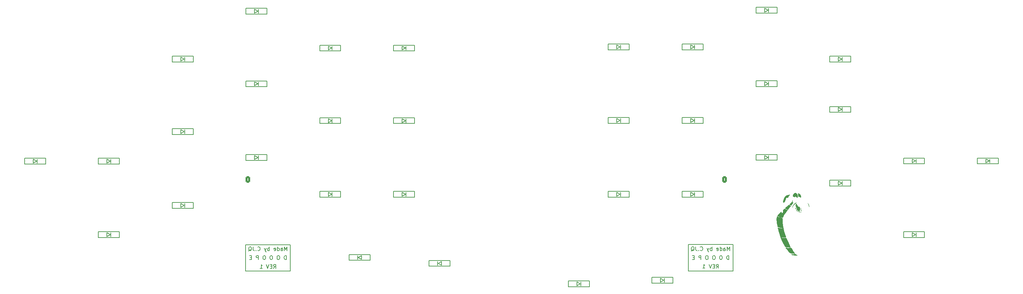
<source format=gbo>
%TF.GenerationSoftware,KiCad,Pcbnew,(6.0.11)*%
%TF.CreationDate,2023-05-08T18:46:23+08:00*%
%TF.ProjectId,DOOOPE,444f4f4f-5045-42e6-9b69-6361645f7063,Rev 1*%
%TF.SameCoordinates,Original*%
%TF.FileFunction,Legend,Bot*%
%TF.FilePolarity,Positive*%
%FSLAX46Y46*%
G04 Gerber Fmt 4.6, Leading zero omitted, Abs format (unit mm)*
G04 Created by KiCad (PCBNEW (6.0.11)) date 2023-05-08 18:46:23*
%MOMM*%
%LPD*%
G01*
G04 APERTURE LIST*
G04 Aperture macros list*
%AMRoundRect*
0 Rectangle with rounded corners*
0 $1 Rounding radius*
0 $2 $3 $4 $5 $6 $7 $8 $9 X,Y pos of 4 corners*
0 Add a 4 corners polygon primitive as box body*
4,1,4,$2,$3,$4,$5,$6,$7,$8,$9,$2,$3,0*
0 Add four circle primitives for the rounded corners*
1,1,$1+$1,$2,$3*
1,1,$1+$1,$4,$5*
1,1,$1+$1,$6,$7*
1,1,$1+$1,$8,$9*
0 Add four rect primitives between the rounded corners*
20,1,$1+$1,$2,$3,$4,$5,0*
20,1,$1+$1,$4,$5,$6,$7,0*
20,1,$1+$1,$6,$7,$8,$9,0*
20,1,$1+$1,$8,$9,$2,$3,0*%
G04 Aperture macros list end*
%ADD10C,0.150000*%
%ADD11C,0.200000*%
%ADD12C,0.900000*%
%ADD13R,1.300000X0.950000*%
%ADD14C,4.200000*%
%ADD15C,2.200000*%
%ADD16RoundRect,0.250000X-0.350000X-0.625000X0.350000X-0.625000X0.350000X0.625000X-0.350000X0.625000X0*%
%ADD17O,1.200000X1.750000*%
%ADD18C,3.800000*%
%ADD19C,2.600000*%
%ADD20C,0.300000*%
%ADD21O,1.800000X2.750000*%
%ADD22C,1.500000*%
%ADD23C,2.025000*%
G04 APERTURE END LIST*
D10*
X85183930Y-122281664D02*
X96708930Y-122281664D01*
X96708930Y-122281664D02*
X96708930Y-129106664D01*
X96708930Y-129106664D02*
X85183930Y-129106664D01*
X85183930Y-129106664D02*
X85183930Y-122281664D01*
X199183930Y-122262347D02*
X210708930Y-122262347D01*
X210708930Y-122262347D02*
X210708930Y-129087347D01*
X210708930Y-129087347D02*
X199183930Y-129087347D01*
X199183930Y-129087347D02*
X199183930Y-122262347D01*
D11*
X95851191Y-123834044D02*
X95851191Y-122834044D01*
X95517858Y-123548330D01*
X95184525Y-122834044D01*
X95184525Y-123834044D01*
X94279763Y-123834044D02*
X94279763Y-123310235D01*
X94327382Y-123214997D01*
X94422620Y-123167378D01*
X94613096Y-123167378D01*
X94708334Y-123214997D01*
X94279763Y-123786425D02*
X94375001Y-123834044D01*
X94613096Y-123834044D01*
X94708334Y-123786425D01*
X94755953Y-123691187D01*
X94755953Y-123595949D01*
X94708334Y-123500711D01*
X94613096Y-123453092D01*
X94375001Y-123453092D01*
X94279763Y-123405473D01*
X93375001Y-123834044D02*
X93375001Y-122834044D01*
X93375001Y-123786425D02*
X93470239Y-123834044D01*
X93660715Y-123834044D01*
X93755953Y-123786425D01*
X93803572Y-123738806D01*
X93851191Y-123643568D01*
X93851191Y-123357854D01*
X93803572Y-123262616D01*
X93755953Y-123214997D01*
X93660715Y-123167378D01*
X93470239Y-123167378D01*
X93375001Y-123214997D01*
X92517858Y-123786425D02*
X92613096Y-123834044D01*
X92803572Y-123834044D01*
X92898810Y-123786425D01*
X92946430Y-123691187D01*
X92946430Y-123310235D01*
X92898810Y-123214997D01*
X92803572Y-123167378D01*
X92613096Y-123167378D01*
X92517858Y-123214997D01*
X92470239Y-123310235D01*
X92470239Y-123405473D01*
X92946430Y-123500711D01*
X91279763Y-123834044D02*
X91279763Y-122834044D01*
X91279763Y-123214997D02*
X91184525Y-123167378D01*
X90994049Y-123167378D01*
X90898810Y-123214997D01*
X90851191Y-123262616D01*
X90803572Y-123357854D01*
X90803572Y-123643568D01*
X90851191Y-123738806D01*
X90898810Y-123786425D01*
X90994049Y-123834044D01*
X91184525Y-123834044D01*
X91279763Y-123786425D01*
X90470239Y-123167378D02*
X90232144Y-123834044D01*
X89994049Y-123167378D02*
X90232144Y-123834044D01*
X90327382Y-124072140D01*
X90375001Y-124119759D01*
X90470239Y-124167378D01*
X88279763Y-123738806D02*
X88327382Y-123786425D01*
X88470239Y-123834044D01*
X88565477Y-123834044D01*
X88708334Y-123786425D01*
X88803572Y-123691187D01*
X88851191Y-123595949D01*
X88898810Y-123405473D01*
X88898810Y-123262616D01*
X88851191Y-123072140D01*
X88803572Y-122976902D01*
X88708334Y-122881664D01*
X88565477Y-122834044D01*
X88470239Y-122834044D01*
X88327382Y-122881664D01*
X88279763Y-122929283D01*
X87851191Y-123738806D02*
X87803572Y-123786425D01*
X87851191Y-123834044D01*
X87898810Y-123786425D01*
X87851191Y-123738806D01*
X87851191Y-123834044D01*
X87089287Y-122834044D02*
X87089287Y-123548330D01*
X87136906Y-123691187D01*
X87232144Y-123786425D01*
X87375001Y-123834044D01*
X87470239Y-123834044D01*
X85946429Y-123929283D02*
X86041668Y-123881664D01*
X86136906Y-123786425D01*
X86279763Y-123643568D01*
X86375001Y-123595949D01*
X86470239Y-123595949D01*
X86422620Y-123834044D02*
X86517858Y-123786425D01*
X86613096Y-123691187D01*
X86660715Y-123500711D01*
X86660715Y-123167378D01*
X86613096Y-122976902D01*
X86517858Y-122881664D01*
X86422620Y-122834044D01*
X86232144Y-122834044D01*
X86136906Y-122881664D01*
X86041668Y-122976902D01*
X85994049Y-123167378D01*
X85994049Y-123500711D01*
X86041668Y-123691187D01*
X86136906Y-123786425D01*
X86232144Y-123834044D01*
X86422620Y-123834044D01*
D10*
X92375001Y-128384044D02*
X92708334Y-127907854D01*
X92946430Y-128384044D02*
X92946430Y-127384044D01*
X92565477Y-127384044D01*
X92470239Y-127431664D01*
X92422620Y-127479283D01*
X92375001Y-127574521D01*
X92375001Y-127717378D01*
X92422620Y-127812616D01*
X92470239Y-127860235D01*
X92565477Y-127907854D01*
X92946430Y-127907854D01*
X91946430Y-127860235D02*
X91613096Y-127860235D01*
X91470239Y-128384044D02*
X91946430Y-128384044D01*
X91946430Y-127384044D01*
X91470239Y-127384044D01*
X91184525Y-127384044D02*
X90851191Y-128384044D01*
X90517858Y-127384044D01*
X88898810Y-128384044D02*
X89470239Y-128384044D01*
X89184525Y-128384044D02*
X89184525Y-127384044D01*
X89279763Y-127526902D01*
X89375001Y-127622140D01*
X89470239Y-127669759D01*
D11*
X209851191Y-123814727D02*
X209851191Y-122814727D01*
X209517858Y-123529013D01*
X209184525Y-122814727D01*
X209184525Y-123814727D01*
X208279763Y-123814727D02*
X208279763Y-123290918D01*
X208327382Y-123195680D01*
X208422620Y-123148061D01*
X208613096Y-123148061D01*
X208708334Y-123195680D01*
X208279763Y-123767108D02*
X208375001Y-123814727D01*
X208613096Y-123814727D01*
X208708334Y-123767108D01*
X208755953Y-123671870D01*
X208755953Y-123576632D01*
X208708334Y-123481394D01*
X208613096Y-123433775D01*
X208375001Y-123433775D01*
X208279763Y-123386156D01*
X207375001Y-123814727D02*
X207375001Y-122814727D01*
X207375001Y-123767108D02*
X207470239Y-123814727D01*
X207660715Y-123814727D01*
X207755953Y-123767108D01*
X207803572Y-123719489D01*
X207851191Y-123624251D01*
X207851191Y-123338537D01*
X207803572Y-123243299D01*
X207755953Y-123195680D01*
X207660715Y-123148061D01*
X207470239Y-123148061D01*
X207375001Y-123195680D01*
X206517858Y-123767108D02*
X206613096Y-123814727D01*
X206803572Y-123814727D01*
X206898810Y-123767108D01*
X206946430Y-123671870D01*
X206946430Y-123290918D01*
X206898810Y-123195680D01*
X206803572Y-123148061D01*
X206613096Y-123148061D01*
X206517858Y-123195680D01*
X206470239Y-123290918D01*
X206470239Y-123386156D01*
X206946430Y-123481394D01*
X205279763Y-123814727D02*
X205279763Y-122814727D01*
X205279763Y-123195680D02*
X205184525Y-123148061D01*
X204994049Y-123148061D01*
X204898810Y-123195680D01*
X204851191Y-123243299D01*
X204803572Y-123338537D01*
X204803572Y-123624251D01*
X204851191Y-123719489D01*
X204898810Y-123767108D01*
X204994049Y-123814727D01*
X205184525Y-123814727D01*
X205279763Y-123767108D01*
X204470239Y-123148061D02*
X204232144Y-123814727D01*
X203994049Y-123148061D02*
X204232144Y-123814727D01*
X204327382Y-124052823D01*
X204375001Y-124100442D01*
X204470239Y-124148061D01*
X202279763Y-123719489D02*
X202327382Y-123767108D01*
X202470239Y-123814727D01*
X202565477Y-123814727D01*
X202708334Y-123767108D01*
X202803572Y-123671870D01*
X202851191Y-123576632D01*
X202898810Y-123386156D01*
X202898810Y-123243299D01*
X202851191Y-123052823D01*
X202803572Y-122957585D01*
X202708334Y-122862347D01*
X202565477Y-122814727D01*
X202470239Y-122814727D01*
X202327382Y-122862347D01*
X202279763Y-122909966D01*
X201851191Y-123719489D02*
X201803572Y-123767108D01*
X201851191Y-123814727D01*
X201898810Y-123767108D01*
X201851191Y-123719489D01*
X201851191Y-123814727D01*
X201089287Y-122814727D02*
X201089287Y-123529013D01*
X201136906Y-123671870D01*
X201232144Y-123767108D01*
X201375001Y-123814727D01*
X201470239Y-123814727D01*
X199946430Y-123909966D02*
X200041668Y-123862347D01*
X200136906Y-123767108D01*
X200279763Y-123624251D01*
X200375001Y-123576632D01*
X200470239Y-123576632D01*
X200422620Y-123814727D02*
X200517858Y-123767108D01*
X200613096Y-123671870D01*
X200660715Y-123481394D01*
X200660715Y-123148061D01*
X200613096Y-122957585D01*
X200517858Y-122862347D01*
X200422620Y-122814727D01*
X200232144Y-122814727D01*
X200136906Y-122862347D01*
X200041668Y-122957585D01*
X199994049Y-123148061D01*
X199994049Y-123481394D01*
X200041668Y-123671870D01*
X200136906Y-123767108D01*
X200232144Y-123814727D01*
X200422620Y-123814727D01*
D10*
X95636906Y-126127794D02*
X95636906Y-125127794D01*
X95398810Y-125127794D01*
X95255953Y-125175414D01*
X95160715Y-125270652D01*
X95113096Y-125365890D01*
X95065477Y-125556366D01*
X95065477Y-125699223D01*
X95113096Y-125889699D01*
X95160715Y-125984937D01*
X95255953Y-126080175D01*
X95398810Y-126127794D01*
X95636906Y-126127794D01*
X93684525Y-125127794D02*
X93494049Y-125127794D01*
X93398810Y-125175414D01*
X93303572Y-125270652D01*
X93255953Y-125461128D01*
X93255953Y-125794461D01*
X93303572Y-125984937D01*
X93398810Y-126080175D01*
X93494049Y-126127794D01*
X93684525Y-126127794D01*
X93779763Y-126080175D01*
X93875001Y-125984937D01*
X93922620Y-125794461D01*
X93922620Y-125461128D01*
X93875001Y-125270652D01*
X93779763Y-125175414D01*
X93684525Y-125127794D01*
X91875001Y-125127794D02*
X91684525Y-125127794D01*
X91589287Y-125175414D01*
X91494049Y-125270652D01*
X91446430Y-125461128D01*
X91446430Y-125794461D01*
X91494049Y-125984937D01*
X91589287Y-126080175D01*
X91684525Y-126127794D01*
X91875001Y-126127794D01*
X91970239Y-126080175D01*
X92065477Y-125984937D01*
X92113096Y-125794461D01*
X92113096Y-125461128D01*
X92065477Y-125270652D01*
X91970239Y-125175414D01*
X91875001Y-125127794D01*
X90065477Y-125127794D02*
X89875001Y-125127794D01*
X89779763Y-125175414D01*
X89684525Y-125270652D01*
X89636906Y-125461128D01*
X89636906Y-125794461D01*
X89684525Y-125984937D01*
X89779763Y-126080175D01*
X89875001Y-126127794D01*
X90065477Y-126127794D01*
X90160715Y-126080175D01*
X90255953Y-125984937D01*
X90303572Y-125794461D01*
X90303572Y-125461128D01*
X90255953Y-125270652D01*
X90160715Y-125175414D01*
X90065477Y-125127794D01*
X88446430Y-126127794D02*
X88446430Y-125127794D01*
X88065477Y-125127794D01*
X87970239Y-125175414D01*
X87922620Y-125223033D01*
X87875001Y-125318271D01*
X87875001Y-125461128D01*
X87922620Y-125556366D01*
X87970239Y-125603985D01*
X88065477Y-125651604D01*
X88446430Y-125651604D01*
X86684525Y-125603985D02*
X86351191Y-125603985D01*
X86208334Y-126127794D02*
X86684525Y-126127794D01*
X86684525Y-125127794D01*
X86208334Y-125127794D01*
X209636906Y-126108477D02*
X209636906Y-125108477D01*
X209398810Y-125108477D01*
X209255953Y-125156097D01*
X209160715Y-125251335D01*
X209113096Y-125346573D01*
X209065477Y-125537049D01*
X209065477Y-125679906D01*
X209113096Y-125870382D01*
X209160715Y-125965620D01*
X209255953Y-126060858D01*
X209398810Y-126108477D01*
X209636906Y-126108477D01*
X207684525Y-125108477D02*
X207494049Y-125108477D01*
X207398810Y-125156097D01*
X207303572Y-125251335D01*
X207255953Y-125441811D01*
X207255953Y-125775144D01*
X207303572Y-125965620D01*
X207398810Y-126060858D01*
X207494049Y-126108477D01*
X207684525Y-126108477D01*
X207779763Y-126060858D01*
X207875001Y-125965620D01*
X207922620Y-125775144D01*
X207922620Y-125441811D01*
X207875001Y-125251335D01*
X207779763Y-125156097D01*
X207684525Y-125108477D01*
X205875001Y-125108477D02*
X205684525Y-125108477D01*
X205589287Y-125156097D01*
X205494049Y-125251335D01*
X205446430Y-125441811D01*
X205446430Y-125775144D01*
X205494049Y-125965620D01*
X205589287Y-126060858D01*
X205684525Y-126108477D01*
X205875001Y-126108477D01*
X205970239Y-126060858D01*
X206065477Y-125965620D01*
X206113096Y-125775144D01*
X206113096Y-125441811D01*
X206065477Y-125251335D01*
X205970239Y-125156097D01*
X205875001Y-125108477D01*
X204065477Y-125108477D02*
X203875001Y-125108477D01*
X203779763Y-125156097D01*
X203684525Y-125251335D01*
X203636906Y-125441811D01*
X203636906Y-125775144D01*
X203684525Y-125965620D01*
X203779763Y-126060858D01*
X203875001Y-126108477D01*
X204065477Y-126108477D01*
X204160715Y-126060858D01*
X204255953Y-125965620D01*
X204303572Y-125775144D01*
X204303572Y-125441811D01*
X204255953Y-125251335D01*
X204160715Y-125156097D01*
X204065477Y-125108477D01*
X202446430Y-126108477D02*
X202446430Y-125108477D01*
X202065477Y-125108477D01*
X201970239Y-125156097D01*
X201922620Y-125203716D01*
X201875001Y-125298954D01*
X201875001Y-125441811D01*
X201922620Y-125537049D01*
X201970239Y-125584668D01*
X202065477Y-125632287D01*
X202446430Y-125632287D01*
X200684525Y-125584668D02*
X200351191Y-125584668D01*
X200208334Y-126108477D02*
X200684525Y-126108477D01*
X200684525Y-125108477D01*
X200208334Y-125108477D01*
X206375001Y-128364727D02*
X206708334Y-127888537D01*
X206946430Y-128364727D02*
X206946430Y-127364727D01*
X206565477Y-127364727D01*
X206470239Y-127412347D01*
X206422620Y-127459966D01*
X206375001Y-127555204D01*
X206375001Y-127698061D01*
X206422620Y-127793299D01*
X206470239Y-127840918D01*
X206565477Y-127888537D01*
X206946430Y-127888537D01*
X205946430Y-127840918D02*
X205613096Y-127840918D01*
X205470239Y-128364727D02*
X205946430Y-128364727D01*
X205946430Y-127364727D01*
X205470239Y-127364727D01*
X205184525Y-127364727D02*
X204851191Y-128364727D01*
X204517858Y-127364727D01*
X202898810Y-128364727D02*
X203470239Y-128364727D01*
X203184525Y-128364727D02*
X203184525Y-127364727D01*
X203279763Y-127507585D01*
X203375001Y-127602823D01*
X203470239Y-127650442D01*
%TO.C,D14*%
X104258930Y-108531664D02*
X104258930Y-110031664D01*
X109658930Y-110031664D02*
X109658930Y-108531664D01*
X106458930Y-108781664D02*
X107358930Y-109281664D01*
X109658930Y-108531664D02*
X104258930Y-108531664D01*
X104258930Y-110031664D02*
X109658930Y-110031664D01*
X106458930Y-109781664D02*
X106458930Y-108781664D01*
X107358930Y-109281664D02*
X106458930Y-109781664D01*
X107458930Y-109781664D02*
X107458930Y-108781664D01*
%TO.C,D13*%
X85258930Y-100531664D02*
X90658930Y-100531664D01*
X87458930Y-99281664D02*
X88358930Y-99781664D01*
X87458930Y-100281664D02*
X87458930Y-99281664D01*
X88458930Y-100281664D02*
X88458930Y-99281664D01*
X88358930Y-99781664D02*
X87458930Y-100281664D01*
X90658930Y-100531664D02*
X90658930Y-99031664D01*
X90658930Y-99031664D02*
X85258930Y-99031664D01*
X85258930Y-99031664D02*
X85258930Y-100531664D01*
%TO.C,D19*%
X203033930Y-70506664D02*
X197633930Y-70506664D01*
X203033930Y-72006664D02*
X203033930Y-70506664D01*
X197633930Y-70506664D02*
X197633930Y-72006664D01*
X199833930Y-71756664D02*
X199833930Y-70756664D01*
X197633930Y-72006664D02*
X203033930Y-72006664D01*
X200733930Y-71256664D02*
X199833930Y-71756664D01*
X199833930Y-70756664D02*
X200733930Y-71256664D01*
X200833930Y-71756664D02*
X200833930Y-70756664D01*
%TO.C,D27*%
X254633930Y-101431664D02*
X260033930Y-101431664D01*
X256833930Y-101181664D02*
X256833930Y-100181664D01*
X257733930Y-100681664D02*
X256833930Y-101181664D01*
X257833930Y-101181664D02*
X257833930Y-100181664D01*
X254633930Y-99931664D02*
X254633930Y-101431664D01*
X260033930Y-101431664D02*
X260033930Y-99931664D01*
X256833930Y-100181664D02*
X257733930Y-100681664D01*
X260033930Y-99931664D02*
X254633930Y-99931664D01*
%TO.C,D33*%
X173679877Y-133134415D02*
X173679877Y-131634415D01*
X171379877Y-132384415D02*
X170479877Y-132884415D01*
X168279877Y-131634415D02*
X168279877Y-133134415D01*
X170479877Y-132884415D02*
X170479877Y-131884415D01*
X173679877Y-131634415D02*
X168279877Y-131634415D01*
X170479877Y-131884415D02*
X171379877Y-132384415D01*
X171479877Y-132884415D02*
X171479877Y-131884415D01*
X168279877Y-133134415D02*
X173679877Y-133134415D01*
%TO.C,D18*%
X181621430Y-71256664D02*
X180721430Y-71756664D01*
X183921430Y-70506664D02*
X178521430Y-70506664D01*
X180721430Y-71756664D02*
X180721430Y-70756664D01*
X178521430Y-72006664D02*
X183921430Y-72006664D01*
X183921430Y-72006664D02*
X183921430Y-70506664D01*
X178521430Y-70506664D02*
X178521430Y-72006664D01*
X181721430Y-71756664D02*
X181721430Y-70756664D01*
X180721430Y-70756664D02*
X181621430Y-71256664D01*
%TO.C,D30*%
X216633930Y-100506664D02*
X222033930Y-100506664D01*
X216633930Y-99006664D02*
X216633930Y-100506664D01*
X219833930Y-100256664D02*
X219833930Y-99256664D01*
X219733930Y-99756664D02*
X218833930Y-100256664D01*
X218833930Y-99256664D02*
X219733930Y-99756664D01*
X222033930Y-100506664D02*
X222033930Y-99006664D01*
X218833930Y-100256664D02*
X218833930Y-99256664D01*
X222033930Y-99006664D02*
X216633930Y-99006664D01*
%TO.C,D2*%
X69358930Y-74406664D02*
X68458930Y-74906664D01*
X71658930Y-75156664D02*
X71658930Y-73656664D01*
X69458930Y-74906664D02*
X69458930Y-73906664D01*
X68458930Y-73906664D02*
X69358930Y-74406664D01*
X68458930Y-74906664D02*
X68458930Y-73906664D01*
X66258930Y-75156664D02*
X71658930Y-75156664D01*
X71658930Y-73656664D02*
X66258930Y-73656664D01*
X66258930Y-73656664D02*
X66258930Y-75156664D01*
%TO.C,D11*%
X50358930Y-119706664D02*
X49458930Y-120206664D01*
X47258930Y-118956664D02*
X47258930Y-120456664D01*
X49458930Y-119206664D02*
X50358930Y-119706664D01*
X52658930Y-118956664D02*
X47258930Y-118956664D01*
X49458930Y-120206664D02*
X49458930Y-119206664D01*
X50458930Y-120206664D02*
X50458930Y-119206664D01*
X52658930Y-120456664D02*
X52658930Y-118956664D01*
X47258930Y-120456664D02*
X52658930Y-120456664D01*
%TO.C,D12*%
X69358930Y-112131664D02*
X68458930Y-112631664D01*
X68458930Y-111631664D02*
X69358930Y-112131664D01*
X71658930Y-112881664D02*
X71658930Y-111381664D01*
X66258930Y-112881664D02*
X71658930Y-112881664D01*
X68458930Y-112631664D02*
X68458930Y-111631664D01*
X66258930Y-111381664D02*
X66258930Y-112881664D01*
X71658930Y-111381664D02*
X66258930Y-111381664D01*
X69458930Y-112631664D02*
X69458930Y-111631664D01*
%TO.C,D15*%
X125458930Y-109781664D02*
X125458930Y-108781664D01*
X126358930Y-109281664D02*
X125458930Y-109781664D01*
X123258930Y-108531664D02*
X123258930Y-110031664D01*
X123258930Y-110031664D02*
X128658930Y-110031664D01*
X128658930Y-108531664D02*
X123258930Y-108531664D01*
X128658930Y-110031664D02*
X128658930Y-108531664D01*
X126458930Y-109781664D02*
X126458930Y-108781664D01*
X125458930Y-108781664D02*
X126358930Y-109281664D01*
%TO.C,D32*%
X257833930Y-120181664D02*
X257833930Y-119181664D01*
X260033930Y-118931664D02*
X254633930Y-118931664D01*
X256833930Y-119181664D02*
X257733930Y-119681664D01*
X257733930Y-119681664D02*
X256833930Y-120181664D01*
X260033930Y-120431664D02*
X260033930Y-118931664D01*
X256833930Y-120181664D02*
X256833930Y-119181664D01*
X254633930Y-120431664D02*
X260033930Y-120431664D01*
X254633930Y-118931664D02*
X254633930Y-120431664D01*
%TO.C,D23*%
X180721430Y-90756664D02*
X180721430Y-89756664D01*
X183921430Y-89506664D02*
X178521430Y-89506664D01*
X178521430Y-89506664D02*
X178521430Y-91006664D01*
X181621430Y-90256664D02*
X180721430Y-90756664D01*
X178521430Y-91006664D02*
X183921430Y-91006664D01*
X180721430Y-89756664D02*
X181621430Y-90256664D01*
X183921430Y-91006664D02*
X183921430Y-89506664D01*
X181721430Y-90756664D02*
X181721430Y-89756664D01*
%TO.C,D7*%
X69458930Y-93631664D02*
X69458930Y-92631664D01*
X69358930Y-93131664D02*
X68458930Y-93631664D01*
X66258930Y-92381664D02*
X66258930Y-93881664D01*
X68458930Y-92631664D02*
X69358930Y-93131664D01*
X71658930Y-92381664D02*
X66258930Y-92381664D01*
X68458930Y-93631664D02*
X68458930Y-92631664D01*
X66258930Y-93881664D02*
X71658930Y-93881664D01*
X71658930Y-93881664D02*
X71658930Y-92381664D01*
%TO.C,D31*%
X235633930Y-107131664D02*
X241033930Y-107131664D01*
X238833930Y-106881664D02*
X238833930Y-105881664D01*
X237833930Y-105881664D02*
X238733930Y-106381664D01*
X235633930Y-105631664D02*
X235633930Y-107131664D01*
X241033930Y-107131664D02*
X241033930Y-105631664D01*
X238733930Y-106381664D02*
X237833930Y-106881664D01*
X237833930Y-106881664D02*
X237833930Y-105881664D01*
X241033930Y-105631664D02*
X235633930Y-105631664D01*
%TO.C,D24*%
X199833930Y-90756664D02*
X199833930Y-89756664D01*
X199833930Y-89756664D02*
X200733930Y-90256664D01*
X197633930Y-89506664D02*
X197633930Y-91006664D01*
X203033930Y-89506664D02*
X197633930Y-89506664D01*
X200833930Y-90756664D02*
X200833930Y-89756664D01*
X200733930Y-90256664D02*
X199833930Y-90756664D01*
X203033930Y-91006664D02*
X203033930Y-89506664D01*
X197633930Y-91006664D02*
X203033930Y-91006664D01*
%TO.C,D17*%
X135633930Y-127606664D02*
X134733930Y-127106664D01*
X135633930Y-126606664D02*
X135633930Y-127606664D01*
X134733930Y-127106664D02*
X135633930Y-126606664D01*
X134633930Y-126606664D02*
X134633930Y-127606664D01*
X137833930Y-127856664D02*
X137833930Y-126356664D01*
X137833930Y-126356664D02*
X132433930Y-126356664D01*
X132433930Y-127856664D02*
X137833930Y-127856664D01*
X132433930Y-126356664D02*
X132433930Y-127856664D01*
%TO.C,D22*%
X276833930Y-101181664D02*
X276833930Y-100181664D01*
X273633930Y-99931664D02*
X273633930Y-101431664D01*
X273633930Y-101431664D02*
X279033930Y-101431664D01*
X275833930Y-101181664D02*
X275833930Y-100181664D01*
X279033930Y-99931664D02*
X273633930Y-99931664D01*
X275833930Y-100181664D02*
X276733930Y-100681664D01*
X279033930Y-101431664D02*
X279033930Y-99931664D01*
X276733930Y-100681664D02*
X275833930Y-101181664D01*
%TO.C,D25*%
X219833930Y-81256664D02*
X219833930Y-80256664D01*
X218833930Y-80256664D02*
X219733930Y-80756664D01*
X216633930Y-80006664D02*
X216633930Y-81506664D01*
X222033930Y-81506664D02*
X222033930Y-80006664D01*
X219733930Y-80756664D02*
X218833930Y-81256664D01*
X216633930Y-81506664D02*
X222033930Y-81506664D01*
X218833930Y-81256664D02*
X218833930Y-80256664D01*
X222033930Y-80006664D02*
X216633930Y-80006664D01*
%TO.C,D29*%
X203033930Y-110006664D02*
X203033930Y-108506664D01*
X203033930Y-108506664D02*
X197633930Y-108506664D01*
X200733930Y-109256664D02*
X199833930Y-109756664D01*
X197633930Y-108506664D02*
X197633930Y-110006664D01*
X199833930Y-108756664D02*
X200733930Y-109256664D01*
X199833930Y-109756664D02*
X199833930Y-108756664D01*
X197633930Y-110006664D02*
X203033930Y-110006664D01*
X200833930Y-109756664D02*
X200833930Y-108756664D01*
%TO.C,D6*%
X50358930Y-100706664D02*
X49458930Y-101206664D01*
X52658930Y-101456664D02*
X52658930Y-99956664D01*
X49458930Y-101206664D02*
X49458930Y-100206664D01*
X52658930Y-99956664D02*
X47258930Y-99956664D01*
X47258930Y-101456664D02*
X52658930Y-101456664D01*
X49458930Y-100206664D02*
X50358930Y-100706664D01*
X47258930Y-99956664D02*
X47258930Y-101456664D01*
X50458930Y-101206664D02*
X50458930Y-100206664D01*
%TO.C,D5*%
X126358930Y-71556664D02*
X125458930Y-72056664D01*
X126458930Y-72056664D02*
X126458930Y-71056664D01*
X128658930Y-72306664D02*
X128658930Y-70806664D01*
X128658930Y-70806664D02*
X123258930Y-70806664D01*
X125458930Y-71056664D02*
X126358930Y-71556664D01*
X125458930Y-72056664D02*
X125458930Y-71056664D01*
X123258930Y-72306664D02*
X128658930Y-72306664D01*
X123258930Y-70806664D02*
X123258930Y-72306664D01*
%TO.C,D21*%
X241033930Y-73631664D02*
X235633930Y-73631664D01*
X237833930Y-74881664D02*
X237833930Y-73881664D01*
X241033930Y-75131664D02*
X241033930Y-73631664D01*
X235633930Y-73631664D02*
X235633930Y-75131664D01*
X238833930Y-74881664D02*
X238833930Y-73881664D01*
X238733930Y-74381664D02*
X237833930Y-74881664D01*
X237833930Y-73881664D02*
X238733930Y-74381664D01*
X235633930Y-75131664D02*
X241033930Y-75131664D01*
%TO.C,D10*%
X125458930Y-89781664D02*
X126358930Y-90281664D01*
X128658930Y-89531664D02*
X123258930Y-89531664D01*
X126458930Y-90781664D02*
X126458930Y-89781664D01*
X123258930Y-91031664D02*
X128658930Y-91031664D01*
X128658930Y-91031664D02*
X128658930Y-89531664D01*
X125458930Y-90781664D02*
X125458930Y-89781664D01*
X123258930Y-89531664D02*
X123258930Y-91031664D01*
X126358930Y-90281664D02*
X125458930Y-90781664D01*
%TO.C,D1*%
X31358930Y-100706664D02*
X30458930Y-101206664D01*
X33658930Y-101456664D02*
X33658930Y-99956664D01*
X28258930Y-101456664D02*
X33658930Y-101456664D01*
X33658930Y-99956664D02*
X28258930Y-99956664D01*
X31458930Y-101206664D02*
X31458930Y-100206664D01*
X30458930Y-101206664D02*
X30458930Y-100206664D01*
X30458930Y-100206664D02*
X31358930Y-100706664D01*
X28258930Y-99956664D02*
X28258930Y-101456664D01*
%TO.C,D9*%
X104258930Y-91031664D02*
X109658930Y-91031664D01*
X106458930Y-90781664D02*
X106458930Y-89781664D01*
X109658930Y-89531664D02*
X104258930Y-89531664D01*
X107458930Y-90781664D02*
X107458930Y-89781664D01*
X107358930Y-90281664D02*
X106458930Y-90781664D01*
X109658930Y-91031664D02*
X109658930Y-89531664D01*
X106458930Y-89781664D02*
X107358930Y-90281664D01*
X104258930Y-89531664D02*
X104258930Y-91031664D01*
%TO.C,D28*%
X183921430Y-110006664D02*
X183921430Y-108506664D01*
X178521430Y-110006664D02*
X183921430Y-110006664D01*
X180721430Y-108756664D02*
X181621430Y-109256664D01*
X178521430Y-108506664D02*
X178521430Y-110006664D01*
X183921430Y-108506664D02*
X178521430Y-108506664D01*
X181621430Y-109256664D02*
X180721430Y-109756664D01*
X181721430Y-109756664D02*
X181721430Y-108756664D01*
X180721430Y-109756664D02*
X180721430Y-108756664D01*
%TO.C,D20*%
X219833930Y-62256664D02*
X219833930Y-61256664D01*
X218833930Y-61256664D02*
X219733930Y-61756664D01*
X218833930Y-62256664D02*
X218833930Y-61256664D01*
X219733930Y-61756664D02*
X218833930Y-62256664D01*
X222033930Y-62506664D02*
X222033930Y-61006664D01*
X216633930Y-61006664D02*
X216633930Y-62506664D01*
X222033930Y-61006664D02*
X216633930Y-61006664D01*
X216633930Y-62506664D02*
X222033930Y-62506664D01*
%TO.C,D16*%
X117208930Y-124831664D02*
X111808930Y-124831664D01*
X115008930Y-126081664D02*
X114108930Y-125581664D01*
X117208930Y-126331664D02*
X117208930Y-124831664D01*
X111808930Y-124831664D02*
X111808930Y-126331664D01*
X114108930Y-125581664D02*
X115008930Y-125081664D01*
X115008930Y-125081664D02*
X115008930Y-126081664D01*
X114008930Y-125081664D02*
X114008930Y-126081664D01*
X111808930Y-126331664D02*
X117208930Y-126331664D01*
%TO.C,D3*%
X90658930Y-61306664D02*
X85258930Y-61306664D01*
X90658930Y-62806664D02*
X90658930Y-61306664D01*
X85258930Y-62806664D02*
X90658930Y-62806664D01*
X85258930Y-61306664D02*
X85258930Y-62806664D01*
X88358930Y-62056664D02*
X87458930Y-62556664D01*
X87458930Y-62556664D02*
X87458930Y-61556664D01*
X87458930Y-61556664D02*
X88358930Y-62056664D01*
X88458930Y-62556664D02*
X88458930Y-61556664D01*
%TO.C,D8*%
X88358930Y-80781664D02*
X87458930Y-81281664D01*
X85258930Y-81531664D02*
X90658930Y-81531664D01*
X87458930Y-81281664D02*
X87458930Y-80281664D01*
X90658930Y-81531664D02*
X90658930Y-80031664D01*
X88458930Y-81281664D02*
X88458930Y-80281664D01*
X90658930Y-80031664D02*
X85258930Y-80031664D01*
X87458930Y-80281664D02*
X88358930Y-80781664D01*
X85258930Y-80031664D02*
X85258930Y-81531664D01*
%TO.C,D34*%
X191987517Y-130965827D02*
X192887517Y-131465827D01*
X189787517Y-132215827D02*
X195187517Y-132215827D01*
X191987517Y-131965827D02*
X191987517Y-130965827D01*
X192987517Y-131965827D02*
X192987517Y-130965827D01*
X192887517Y-131465827D02*
X191987517Y-131965827D01*
X189787517Y-130715827D02*
X189787517Y-132215827D01*
X195187517Y-130715827D02*
X189787517Y-130715827D01*
X195187517Y-132215827D02*
X195187517Y-130715827D01*
%TO.C,D26*%
X235633930Y-86631664D02*
X235633930Y-88131664D01*
X235633930Y-88131664D02*
X241033930Y-88131664D01*
X237833930Y-86881664D02*
X238733930Y-87381664D01*
X241033930Y-86631664D02*
X235633930Y-86631664D01*
X237833930Y-87881664D02*
X237833930Y-86881664D01*
X241033930Y-88131664D02*
X241033930Y-86631664D01*
X238833930Y-87881664D02*
X238833930Y-86881664D01*
X238733930Y-87381664D02*
X237833930Y-87881664D01*
%TO.C,D4*%
X106458930Y-71056664D02*
X107358930Y-71556664D01*
X106458930Y-72056664D02*
X106458930Y-71056664D01*
X109658930Y-72306664D02*
X109658930Y-70806664D01*
X109658930Y-70806664D02*
X104258930Y-70806664D01*
X104258930Y-72306664D02*
X109658930Y-72306664D01*
X107458930Y-72056664D02*
X107458930Y-71056664D01*
X107358930Y-71556664D02*
X106458930Y-72056664D01*
X104258930Y-70806664D02*
X104258930Y-72306664D01*
%TO.C,REF\u002A\u002A*%
G36*
X227024405Y-111750294D02*
G01*
X227169709Y-111905793D01*
X227319768Y-112132999D01*
X227454312Y-112408363D01*
X227517371Y-112549680D01*
X227564574Y-112610525D01*
X227580950Y-112545177D01*
X227586688Y-112470121D01*
X227631934Y-112420095D01*
X227758848Y-112463171D01*
X227813921Y-112493720D01*
X227919937Y-112622779D01*
X227979233Y-112852005D01*
X227992471Y-112969798D01*
X227988728Y-113257337D01*
X227937090Y-113491298D01*
X227845111Y-113627988D01*
X227712268Y-113679281D01*
X227553684Y-113653725D01*
X227460917Y-113537849D01*
X227394589Y-113434165D01*
X227242912Y-113347163D01*
X227233610Y-113344797D01*
X227123540Y-113298989D01*
X227088160Y-113208996D01*
X227107008Y-113026542D01*
X227122936Y-112887453D01*
X227099021Y-112745889D01*
X227001379Y-112646249D01*
X226932357Y-112587951D01*
X226882586Y-112471424D01*
X226900855Y-112279403D01*
X226916610Y-112086002D01*
X226858035Y-111906575D01*
X226803995Y-111808798D01*
X226852597Y-111709219D01*
X226904120Y-111690052D01*
X227024405Y-111750294D01*
G37*
G36*
X225333640Y-109381792D02*
G01*
X225343739Y-109412149D01*
X225302839Y-109513495D01*
X225253523Y-109579591D01*
X225133473Y-109741590D01*
X224985119Y-109942509D01*
X224846330Y-110116023D01*
X224729533Y-110213475D01*
X224649054Y-110205664D01*
X224578354Y-110179381D01*
X224462129Y-110231866D01*
X224367538Y-110365858D01*
X224328475Y-110545433D01*
X224328471Y-110547987D01*
X224295891Y-110753922D01*
X224188594Y-110985109D01*
X223990071Y-111277244D01*
X223951417Y-111326894D01*
X223828036Y-111459307D01*
X223743604Y-111512429D01*
X223687764Y-111495003D01*
X223629751Y-111378397D01*
X223626302Y-111175385D01*
X223669246Y-110913289D01*
X223750412Y-110619428D01*
X223861626Y-110321125D01*
X223994719Y-110045699D01*
X224141517Y-109820472D01*
X224293850Y-109672765D01*
X224385790Y-109623743D01*
X224587306Y-109543836D01*
X224825894Y-109467642D01*
X225058508Y-109407207D01*
X225242105Y-109374575D01*
X225333640Y-109381792D01*
G37*
G36*
X226937635Y-108957950D02*
G01*
X227157547Y-109106489D01*
X227338361Y-109364047D01*
X227429123Y-109676227D01*
X227410659Y-110000762D01*
X227391801Y-110057940D01*
X227290182Y-110174454D01*
X227163047Y-110165738D01*
X227052039Y-110028564D01*
X227006157Y-109949838D01*
X226882857Y-109852888D01*
X226759102Y-109853338D01*
X226679690Y-109959497D01*
X226666067Y-110006806D01*
X226625510Y-110062280D01*
X226536094Y-110053587D01*
X226355919Y-109983882D01*
X226270363Y-109947562D01*
X226137383Y-109870667D01*
X226095952Y-109775114D01*
X226114323Y-109612044D01*
X226133111Y-109522071D01*
X226256972Y-109210656D01*
X226443333Y-109004103D01*
X226675714Y-108915503D01*
X226937635Y-108957950D01*
G37*
G36*
X229947152Y-111494035D02*
G01*
X230043681Y-111606653D01*
X230108758Y-111698854D01*
X230263234Y-112024122D01*
X230366323Y-112403541D01*
X230398284Y-112772221D01*
X230392207Y-112914478D01*
X230381624Y-112955048D01*
X230361966Y-112869716D01*
X230328213Y-112649704D01*
X230298890Y-112492252D01*
X230211277Y-112168042D01*
X230105546Y-111889875D01*
X230045862Y-111763330D01*
X229959799Y-111579374D01*
X229912520Y-111476247D01*
X229909484Y-111466085D01*
X229947152Y-111494035D01*
G37*
G36*
X228237147Y-112814994D02*
G01*
X228273635Y-112931880D01*
X228267985Y-113115654D01*
X228259156Y-113256238D01*
X228297502Y-113350912D01*
X228330938Y-113402960D01*
X228329481Y-113538712D01*
X228303806Y-113620057D01*
X228251880Y-113688808D01*
X228207256Y-113632163D01*
X228176183Y-113463178D01*
X228164911Y-113194908D01*
X228165102Y-113154711D01*
X228174073Y-112910682D01*
X228197505Y-112800506D01*
X228237147Y-112814994D01*
G37*
G36*
X225921229Y-123446810D02*
G01*
X226026880Y-123620044D01*
X226235919Y-123940577D01*
X226436419Y-124226207D01*
X226714684Y-124601807D01*
X226444229Y-124628108D01*
X226297465Y-124638653D01*
X225901910Y-124627293D01*
X225575296Y-124558453D01*
X225351835Y-124438085D01*
X225299257Y-124386535D01*
X225156198Y-124229529D01*
X224974014Y-124017089D01*
X224774989Y-123776715D01*
X224581403Y-123535906D01*
X224415540Y-123322159D01*
X224299682Y-123162974D01*
X224256111Y-123085849D01*
X224282444Y-123073645D01*
X224413638Y-123078580D01*
X224617934Y-123110778D01*
X224842625Y-123140936D01*
X225332031Y-123112667D01*
X225684305Y-123043013D01*
X225921229Y-123446810D01*
G37*
G36*
X227775646Y-109106129D02*
G01*
X228018153Y-109277000D01*
X228178329Y-109542681D01*
X228236168Y-109880631D01*
X228231092Y-110000429D01*
X228190641Y-110109636D01*
X228091438Y-110137501D01*
X228007005Y-110118441D01*
X227946709Y-110036696D01*
X227946678Y-110033872D01*
X227885950Y-109924862D01*
X227754911Y-109878838D01*
X227621415Y-109920118D01*
X227573984Y-109940285D01*
X227526731Y-109875730D01*
X227490474Y-109686182D01*
X227481980Y-109626009D01*
X227441310Y-109391330D01*
X227400150Y-109214851D01*
X227390479Y-109180236D01*
X227394534Y-109077465D01*
X227500676Y-109052031D01*
X227775646Y-109106129D01*
G37*
G36*
X226065227Y-110887140D02*
G01*
X226070878Y-110918700D01*
X226109467Y-111036961D01*
X226119715Y-111113463D01*
X226037102Y-111107502D01*
X225988962Y-111084319D01*
X225923602Y-110992546D01*
X225992863Y-110897330D01*
X226018385Y-110883787D01*
X226065227Y-110887140D01*
G37*
G36*
X223329763Y-115368582D02*
G01*
X223387735Y-115393978D01*
X223436319Y-115427132D01*
X223468841Y-115524171D01*
X223479582Y-115710368D01*
X223472288Y-116013155D01*
X223487216Y-116626281D01*
X223576494Y-117349198D01*
X223736541Y-118154853D01*
X223963464Y-119023689D01*
X224253368Y-119936151D01*
X224320938Y-120139943D01*
X224378649Y-120332954D01*
X224400840Y-120434650D01*
X224395885Y-120444719D01*
X224291631Y-120471709D01*
X224064632Y-120480391D01*
X223731467Y-120469894D01*
X223532299Y-120460621D01*
X223308163Y-120457418D01*
X223224506Y-120470051D01*
X223279188Y-120498656D01*
X223423500Y-120527573D01*
X223681718Y-120555113D01*
X223966652Y-120567352D01*
X224437022Y-120571456D01*
X225023220Y-121757501D01*
X225200695Y-122122029D01*
X225358315Y-122456918D01*
X225479029Y-122725735D01*
X225553398Y-122907436D01*
X225571986Y-122980980D01*
X225556832Y-122989519D01*
X225426689Y-123010143D01*
X225207882Y-123018495D01*
X224943249Y-123015617D01*
X224675634Y-123002553D01*
X224447875Y-122980349D01*
X224302815Y-122950048D01*
X224187718Y-122872085D01*
X224006617Y-122654716D01*
X223801368Y-122321193D01*
X223578140Y-121885473D01*
X223343100Y-121361511D01*
X223102413Y-120763263D01*
X222862247Y-120104685D01*
X222628769Y-119399732D01*
X222408146Y-118662360D01*
X222385515Y-118582523D01*
X222293341Y-118250135D01*
X222245689Y-118034677D01*
X222248034Y-117917125D01*
X222305853Y-117878452D01*
X222424621Y-117899633D01*
X222609814Y-117961643D01*
X222746174Y-118002665D01*
X223049789Y-118064824D01*
X223315370Y-118086428D01*
X223641011Y-118079966D01*
X223243005Y-118020904D01*
X222956330Y-117971489D01*
X222572968Y-117869778D01*
X222317350Y-117743059D01*
X222179504Y-117587269D01*
X222116046Y-117398756D01*
X222050677Y-117088669D01*
X221994537Y-116711527D01*
X221951865Y-116308137D01*
X221926898Y-115919308D01*
X221923873Y-115585847D01*
X221947029Y-115348562D01*
X221957961Y-115304037D01*
X223045510Y-115304037D01*
X223046631Y-115328739D01*
X223140489Y-115342044D01*
X223211619Y-115330456D01*
X223184209Y-115298324D01*
X223142362Y-115286762D01*
X223045510Y-115304037D01*
X221957961Y-115304037D01*
X221979939Y-115214520D01*
X222036387Y-115050125D01*
X222083264Y-114985934D01*
X222117727Y-114993228D01*
X222259766Y-115044636D01*
X222457183Y-115129074D01*
X222555502Y-115171463D01*
X222753413Y-115243614D01*
X222881182Y-115272086D01*
X222878290Y-115248471D01*
X222765497Y-115185930D01*
X222566923Y-115098115D01*
X222364576Y-115012700D01*
X222190987Y-114934527D01*
X222112188Y-114892343D01*
X222125350Y-114841317D01*
X222212365Y-114706407D01*
X222355108Y-114519146D01*
X222529962Y-114308873D01*
X222713308Y-114104927D01*
X222881529Y-113936646D01*
X222951716Y-113876409D01*
X223082193Y-113793892D01*
X223146591Y-113799746D01*
X223185989Y-113876277D01*
X223281797Y-114016840D01*
X223346514Y-114094282D01*
X223411445Y-114108358D01*
X223501445Y-114009011D01*
X223566650Y-113881604D01*
X223575739Y-113612951D01*
X223564671Y-113512565D01*
X223595243Y-113336643D01*
X223724004Y-113165724D01*
X223911684Y-112969828D01*
X224319083Y-113162775D01*
X224511812Y-113254337D01*
X224678344Y-113334091D01*
X224752123Y-113370307D01*
X224739056Y-113403766D01*
X224658838Y-113532931D01*
X224521558Y-113735512D01*
X224343849Y-113986409D01*
X224243489Y-114128408D01*
X224033460Y-114441994D01*
X223848584Y-114738124D01*
X223719979Y-114967843D01*
X223642157Y-115109207D01*
X223511337Y-115286730D01*
X223444111Y-115330456D01*
X223404607Y-115356151D01*
X223329763Y-115368582D01*
G37*
G36*
X226826760Y-112032746D02*
G01*
X226838688Y-112079462D01*
X226810807Y-112207628D01*
X226788949Y-112261681D01*
X226755855Y-112303780D01*
X226730342Y-112212321D01*
X226724654Y-112114946D01*
X226760404Y-112023928D01*
X226826760Y-112032746D01*
G37*
G36*
X226715616Y-124719611D02*
G01*
X226880812Y-124761007D01*
X227060242Y-124844479D01*
X227160234Y-124900332D01*
X227309184Y-125001545D01*
X227367792Y-125070055D01*
X227354202Y-125082704D01*
X227234129Y-125103160D01*
X227016719Y-125110810D01*
X226734601Y-125103907D01*
X226651548Y-125099479D01*
X226303585Y-125067140D01*
X226059853Y-125013646D01*
X225886968Y-124932235D01*
X225672526Y-124791347D01*
X226212609Y-124737443D01*
X226219625Y-124736745D01*
X226512578Y-124713716D01*
X226715616Y-124719611D01*
G37*
G36*
X225158646Y-112020744D02*
G01*
X225281274Y-112063650D01*
X225438235Y-112141513D01*
X225573500Y-112224255D01*
X225631039Y-112281794D01*
X225630939Y-112283341D01*
X225584816Y-112367969D01*
X225472325Y-112527577D01*
X225319332Y-112728197D01*
X225151703Y-112935863D01*
X224995306Y-113116606D01*
X224819326Y-113309672D01*
X224483445Y-113166279D01*
X224366657Y-113114447D01*
X224185061Y-113024821D01*
X224087335Y-112963640D01*
X224087569Y-112944825D01*
X224157395Y-112848948D01*
X224300554Y-112699344D01*
X224489194Y-112520972D01*
X224695462Y-112338790D01*
X224891506Y-112177758D01*
X225049472Y-112062836D01*
X225141508Y-112018982D01*
X225158646Y-112020744D01*
G37*
G36*
X226897421Y-112742629D02*
G01*
X226962747Y-112831721D01*
X227005968Y-113004766D01*
X227005134Y-113035905D01*
X226968419Y-113158689D01*
X226900730Y-113151968D01*
X226834485Y-113013996D01*
X226826697Y-112984394D01*
X226787995Y-112780691D01*
X226811117Y-112702057D01*
X226897421Y-112742629D01*
G37*
G36*
X227709357Y-113761664D02*
G01*
X227879108Y-113785785D01*
X227962229Y-113838476D01*
X228018149Y-113884153D01*
X228149171Y-113835930D01*
X228255507Y-113799626D01*
X228312929Y-113830759D01*
X228260289Y-113924585D01*
X228227441Y-113945914D01*
X228065928Y-113968932D01*
X227845608Y-113940950D01*
X227621068Y-113866895D01*
X227403974Y-113767489D01*
X227669311Y-113761612D01*
X227709357Y-113761664D01*
G37*
G36*
X227152813Y-113452773D02*
G01*
X227274969Y-113524549D01*
X227355006Y-113637263D01*
X227361920Y-113676965D01*
X227354710Y-113745497D01*
X227288569Y-113711970D01*
X227147336Y-113571245D01*
X226974018Y-113386755D01*
X227152813Y-113452773D01*
G37*
G36*
X226052180Y-111216125D02*
G01*
X226160863Y-111303593D01*
X226209957Y-111382002D01*
X226189602Y-111447555D01*
X226108010Y-111609116D01*
X225985319Y-111813644D01*
X225886609Y-111964442D01*
X225787185Y-112108177D01*
X225740880Y-112163711D01*
X225730132Y-112161020D01*
X225625808Y-112122053D01*
X225452498Y-112051491D01*
X225183918Y-111939271D01*
X225529174Y-111563030D01*
X225541566Y-111549523D01*
X225712233Y-111362709D01*
X225837586Y-111224102D01*
X225891267Y-111162834D01*
X225941803Y-111159414D01*
X226052180Y-111216125D01*
G37*
G36*
X227098268Y-111346101D02*
G01*
X227073516Y-111415732D01*
X226953276Y-111511045D01*
X226713189Y-111700236D01*
X226460543Y-111975997D01*
X226248774Y-112279303D01*
X226119067Y-112558445D01*
X226089187Y-112650595D01*
X226036822Y-112754518D01*
X226005067Y-112715802D01*
X226002005Y-112690340D01*
X226038527Y-112495682D01*
X226150064Y-112243902D01*
X226313675Y-111973736D01*
X226506424Y-111723920D01*
X226705370Y-111533190D01*
X226835531Y-111442143D01*
X226997699Y-111354643D01*
X227090546Y-111339066D01*
X227098268Y-111346101D01*
G37*
%TD*%
%LPC*%
%TO.C,REF\u002A\u002A*%
G36*
X228502870Y-113168109D02*
G01*
X228497557Y-113207085D01*
X228453788Y-113217191D01*
X228444977Y-113206400D01*
X228453788Y-113119027D01*
X228475932Y-113107509D01*
X228502870Y-113168109D01*
G37*
G36*
X226651491Y-112130133D02*
G01*
X226662290Y-112330166D01*
X226679746Y-112629850D01*
X226792871Y-113111369D01*
X227001004Y-113512049D01*
X227292352Y-113817286D01*
X227655125Y-114012475D01*
X228077529Y-114083010D01*
X228137877Y-114082233D01*
X228367863Y-114035768D01*
X228488948Y-113904244D01*
X228521675Y-113668489D01*
X228522520Y-113551818D01*
X228538585Y-113499489D01*
X228578822Y-113573036D01*
X228632678Y-113755841D01*
X228625476Y-113979208D01*
X228521276Y-114123598D01*
X228368302Y-114173879D01*
X228091748Y-114174586D01*
X227764167Y-114114084D01*
X227424917Y-114005561D01*
X227113356Y-113862201D01*
X226868842Y-113697192D01*
X226730733Y-113523717D01*
X226701408Y-113432368D01*
X226654970Y-113205319D01*
X226615569Y-112921903D01*
X226586754Y-112622423D01*
X226572071Y-112347183D01*
X226575070Y-112136485D01*
X226599297Y-112030630D01*
X226623179Y-112029771D01*
X226651491Y-112130133D01*
G37*
G36*
X224918161Y-124286725D02*
G01*
X224971657Y-124339921D01*
X224889742Y-124434264D01*
X224674464Y-124570857D01*
X224586928Y-124623070D01*
X224438609Y-124730195D01*
X224379971Y-124802829D01*
X224413205Y-124874439D01*
X224539816Y-125024992D01*
X224735132Y-125216313D01*
X224971443Y-125421665D01*
X225221033Y-125614308D01*
X225279769Y-125656822D01*
X225420330Y-125770148D01*
X225481710Y-125862309D01*
X225452701Y-125949196D01*
X225322098Y-126046701D01*
X225078691Y-126170716D01*
X224711276Y-126337131D01*
X224530899Y-126416335D01*
X224266462Y-126527944D01*
X224070212Y-126605023D01*
X223975044Y-126634295D01*
X223962494Y-126631740D01*
X223879513Y-126550465D01*
X223786309Y-126390054D01*
X223671197Y-126143751D01*
X224107723Y-126104168D01*
X224255669Y-126087960D01*
X224489328Y-126045894D01*
X224610336Y-126001313D01*
X224611232Y-125964116D01*
X224484552Y-125944204D01*
X224222835Y-125951474D01*
X223996959Y-125969081D01*
X223749072Y-125991128D01*
X223588522Y-126008678D01*
X223484315Y-126011327D01*
X223422870Y-125978813D01*
X223478799Y-125956232D01*
X223654667Y-125927644D01*
X223921890Y-125898978D01*
X224251131Y-125873948D01*
X224545097Y-125851437D01*
X224838975Y-125819421D01*
X225051203Y-125785247D01*
X225149058Y-125753311D01*
X225171119Y-125697693D01*
X225121660Y-125621395D01*
X224983150Y-125515947D01*
X224740838Y-125370219D01*
X224379971Y-125173081D01*
X224299206Y-125129486D01*
X224062288Y-124990247D01*
X223960121Y-124905724D01*
X223993450Y-124876488D01*
X224037572Y-124874513D01*
X224140806Y-124836403D01*
X224131389Y-124736646D01*
X224010250Y-124557572D01*
X223861398Y-124368337D01*
X224212714Y-124321950D01*
X224396751Y-124299358D01*
X224727209Y-124273572D01*
X224918161Y-124286725D01*
G37*
G36*
X227748232Y-110110833D02*
G01*
X227806783Y-110141694D01*
X227794000Y-110188542D01*
X227656203Y-110259977D01*
X227641072Y-110266719D01*
X227489451Y-110333630D01*
X227416928Y-110364448D01*
X227408266Y-110353910D01*
X227398522Y-110257682D01*
X227436361Y-110157307D01*
X227568938Y-110089597D01*
X227748232Y-110110833D01*
G37*
G36*
X226329579Y-111682504D02*
G01*
X226237906Y-111854743D01*
X226090137Y-112094473D01*
X225902386Y-112374198D01*
X225757703Y-112587139D01*
X225540790Y-112923858D01*
X225352316Y-113235972D01*
X225221436Y-113476295D01*
X225161525Y-113591825D01*
X224999882Y-113831043D01*
X224854936Y-113935474D01*
X224835281Y-113941898D01*
X224692146Y-114031492D01*
X224515352Y-114185349D01*
X224342508Y-114364980D01*
X224211221Y-114531896D01*
X224159102Y-114647607D01*
X224159539Y-114651079D01*
X224216902Y-114638127D01*
X224351865Y-114544143D01*
X224537511Y-114387619D01*
X224700963Y-114242898D01*
X224832290Y-114150433D01*
X224945067Y-114126893D01*
X225059984Y-114182556D01*
X225197729Y-114327697D01*
X225378992Y-114572593D01*
X225624462Y-114927521D01*
X225980849Y-115427726D01*
X226543330Y-116156734D01*
X227196058Y-116938303D01*
X227355036Y-117138825D01*
X227494252Y-117362335D01*
X227544557Y-117519814D01*
X227540145Y-117582240D01*
X227516693Y-117640279D01*
X227457759Y-117701347D01*
X227346888Y-117775032D01*
X227167622Y-117870922D01*
X226903507Y-117998603D01*
X226538084Y-118167663D01*
X226054899Y-118387690D01*
X225888206Y-118466352D01*
X225642542Y-118595109D01*
X225473562Y-118700952D01*
X225410696Y-118766572D01*
X225428963Y-118806760D01*
X225529015Y-118807445D01*
X225683317Y-118789188D01*
X225883071Y-118824577D01*
X226084967Y-118899157D01*
X226252402Y-118995769D01*
X226348772Y-119097254D01*
X226337474Y-119186451D01*
X226312825Y-119200311D01*
X226234954Y-119158882D01*
X226199454Y-119115935D01*
X226055763Y-119013547D01*
X225891062Y-118949149D01*
X225771323Y-118952157D01*
X225766433Y-118955419D01*
X225673421Y-119054993D01*
X225561832Y-119216513D01*
X225430410Y-119432620D01*
X225369723Y-119190074D01*
X225309036Y-118947529D01*
X225282504Y-119250314D01*
X225266184Y-119376888D01*
X225202525Y-119540916D01*
X225074039Y-119635992D01*
X225027628Y-119658963D01*
X224929046Y-119757735D01*
X224931663Y-119922193D01*
X224947694Y-120011165D01*
X224945794Y-120058902D01*
X224901640Y-119978254D01*
X224872079Y-119875908D01*
X224841008Y-119653254D01*
X224826885Y-119388067D01*
X224821711Y-118945127D01*
X225668377Y-118100862D01*
X225861825Y-117906579D01*
X226121360Y-117641006D01*
X226328408Y-117423096D01*
X226465469Y-117271377D01*
X226515044Y-117204376D01*
X226509285Y-117189531D01*
X226433274Y-117085169D01*
X226287509Y-116912214D01*
X226095598Y-116699102D01*
X225950005Y-116548894D01*
X225533045Y-116176805D01*
X225085554Y-115846676D01*
X224645569Y-115584928D01*
X224251131Y-115417982D01*
X224141022Y-115398228D01*
X224089099Y-115431350D01*
X224140205Y-115505184D01*
X224287942Y-115589861D01*
X224490406Y-115673536D01*
X224467218Y-116403644D01*
X224473277Y-116972534D01*
X224572015Y-117819771D01*
X224597655Y-117963646D01*
X224648050Y-118292685D01*
X224680832Y-118575644D01*
X224689874Y-118763471D01*
X224676027Y-119157586D01*
X224671333Y-119477986D01*
X224680321Y-119705593D01*
X224705638Y-119868844D01*
X224749934Y-119996176D01*
X224815858Y-120116030D01*
X224843519Y-120157783D01*
X224991675Y-120322181D01*
X225135878Y-120410576D01*
X225176450Y-120426435D01*
X225283420Y-120524694D01*
X225401753Y-120721904D01*
X225545429Y-121039537D01*
X225562192Y-121079231D01*
X225763996Y-121514368D01*
X226002496Y-121967867D01*
X226258957Y-122408901D01*
X226514646Y-122806641D01*
X226750829Y-123130258D01*
X226948774Y-123348926D01*
X227058269Y-123441015D01*
X227300937Y-123613409D01*
X227516308Y-123731363D01*
X227517753Y-123731966D01*
X227716839Y-123805372D01*
X227854427Y-123838797D01*
X227904821Y-123828986D01*
X227842325Y-123772681D01*
X227802802Y-123748652D01*
X227770557Y-123721530D01*
X227789787Y-123694805D01*
X227882767Y-123657430D01*
X228071778Y-123598362D01*
X228379096Y-123506554D01*
X228580969Y-123436098D01*
X229094429Y-123154705D01*
X229538788Y-122755805D01*
X229902804Y-122253750D01*
X230175232Y-121662889D01*
X230344831Y-120997573D01*
X230360797Y-120843121D01*
X230348951Y-120441018D01*
X230279777Y-119987417D01*
X230160127Y-119536515D01*
X230140025Y-119474159D01*
X230136183Y-119434168D01*
X230197449Y-119523730D01*
X230321728Y-119777021D01*
X230443624Y-120193194D01*
X230521248Y-120674701D01*
X230550386Y-121178307D01*
X230526829Y-121660776D01*
X230446363Y-122078874D01*
X230367188Y-122322183D01*
X230115017Y-122923039D01*
X229799747Y-123494066D01*
X229440870Y-124006099D01*
X229057878Y-124429971D01*
X228670263Y-124736515D01*
X228432728Y-124884054D01*
X227913559Y-124611239D01*
X227843692Y-124575039D01*
X227608146Y-124461235D01*
X227434717Y-124390168D01*
X227356846Y-124375969D01*
X227357366Y-124392943D01*
X227439091Y-124473295D01*
X227610562Y-124595699D01*
X227843224Y-124741812D01*
X228108523Y-124893295D01*
X228377903Y-125031806D01*
X228731486Y-125201793D01*
X228414714Y-125351882D01*
X228314299Y-125403151D01*
X228138889Y-125528787D01*
X228098820Y-125628689D01*
X228193809Y-125691450D01*
X228423568Y-125705660D01*
X228749194Y-125690458D01*
X228368351Y-126076091D01*
X228342127Y-126102752D01*
X228162475Y-126291792D01*
X228035589Y-126436364D01*
X227987508Y-126507006D01*
X228000097Y-126524419D01*
X228106278Y-126608904D01*
X228297172Y-126740556D01*
X228544419Y-126899396D01*
X228842885Y-127098888D01*
X229020367Y-127252124D01*
X229061742Y-127349665D01*
X229059947Y-127354486D01*
X229069719Y-127421079D01*
X229190383Y-127410605D01*
X229222762Y-127403576D01*
X229351799Y-127423382D01*
X229446103Y-127560406D01*
X229454010Y-127578339D01*
X229518154Y-127799746D01*
X229529643Y-128006233D01*
X229484513Y-128138157D01*
X229441087Y-128174133D01*
X229310622Y-128191201D01*
X229193701Y-128070744D01*
X229099223Y-127820107D01*
X229085881Y-127770393D01*
X228997762Y-127542038D01*
X228856605Y-127345180D01*
X228625810Y-127126172D01*
X228613887Y-127115925D01*
X228391472Y-126936283D01*
X228257095Y-126849801D01*
X228217789Y-126855811D01*
X228280583Y-126953646D01*
X228452507Y-127142637D01*
X228723882Y-127420549D01*
X228429318Y-127499173D01*
X228375627Y-127512863D01*
X228193710Y-127539798D01*
X228134754Y-127501773D01*
X228111733Y-127407259D01*
X228046378Y-127215651D01*
X227953532Y-126972765D01*
X227772310Y-126519781D01*
X227920779Y-126219699D01*
X227966129Y-126125935D01*
X228025605Y-125961770D01*
X228019347Y-125822873D01*
X227951160Y-125636182D01*
X227853369Y-125451444D01*
X227684843Y-125218586D01*
X227492505Y-125009422D01*
X227308851Y-124858551D01*
X227166375Y-124800573D01*
X227109341Y-124788055D01*
X226939501Y-124666950D01*
X226722678Y-124426157D01*
X226466205Y-124076757D01*
X226177414Y-123629832D01*
X225863640Y-123096465D01*
X225532216Y-122487736D01*
X225190475Y-121814727D01*
X225097700Y-121622777D01*
X224511511Y-120234604D01*
X224041802Y-118776543D01*
X223683223Y-117232321D01*
X223679206Y-117209029D01*
X223656465Y-117030590D01*
X223629263Y-116764566D01*
X223602639Y-116459277D01*
X223589086Y-116139164D01*
X223611696Y-115789112D01*
X223684241Y-115448093D01*
X223815539Y-115097040D01*
X224014406Y-114716882D01*
X224289661Y-114288550D01*
X224650121Y-113792975D01*
X225104603Y-113211088D01*
X225201254Y-113089408D01*
X225472245Y-112741357D01*
X225723648Y-112409262D01*
X225930949Y-112125825D01*
X226069636Y-111923745D01*
X226199634Y-111737058D01*
X226301876Y-111622097D01*
X226351038Y-111608554D01*
X226329579Y-111682504D01*
G37*
G36*
X224754703Y-115895237D02*
G01*
X224870113Y-115960250D01*
X225109538Y-116121653D01*
X225275190Y-116272087D01*
X225337073Y-116386260D01*
X225334344Y-116413973D01*
X225285393Y-116435981D01*
X225153583Y-116364320D01*
X225125721Y-116347050D01*
X224938375Y-116283945D01*
X224801380Y-116324437D01*
X224748807Y-116460436D01*
X224765099Y-116548494D01*
X224831309Y-116745868D01*
X224930967Y-116981324D01*
X224997046Y-117130396D01*
X225121189Y-117442224D01*
X225215383Y-117717556D01*
X225318356Y-118064051D01*
X225051628Y-118064051D01*
X224931820Y-118057665D01*
X224834759Y-118024086D01*
X224764766Y-117943304D01*
X224715381Y-117795328D01*
X224680138Y-117560168D01*
X224652575Y-117217835D01*
X224626229Y-116748339D01*
X224577261Y-115800743D01*
X224754703Y-115895237D01*
G37*
G36*
X228890157Y-127607047D02*
G01*
X228988074Y-127787321D01*
X229018232Y-128090876D01*
X229016528Y-128177029D01*
X229000493Y-128342431D01*
X228973039Y-128408109D01*
X228908891Y-128392835D01*
X228739163Y-128307284D01*
X228537891Y-128175585D01*
X228354316Y-128031243D01*
X228237677Y-127907761D01*
X228187093Y-127816454D01*
X228179115Y-127690933D01*
X228291957Y-127606439D01*
X228538670Y-127547345D01*
X228713312Y-127537397D01*
X228890157Y-127607047D01*
G37*
G36*
X228791333Y-125374574D02*
G01*
X228771957Y-125496818D01*
X228678681Y-125577861D01*
X228449963Y-125607174D01*
X228171566Y-125603920D01*
X228454600Y-125454604D01*
X228531957Y-125415351D01*
X228713814Y-125347748D01*
X228791333Y-125374574D01*
G37*
G36*
X227226735Y-110247722D02*
G01*
X227238253Y-110269867D01*
X227177653Y-110296804D01*
X227138677Y-110291491D01*
X227128571Y-110247722D01*
X227139361Y-110238911D01*
X227226735Y-110247722D01*
G37*
G36*
X229901711Y-118800283D02*
G01*
X229864899Y-118837094D01*
X229828087Y-118800283D01*
X229864899Y-118763471D01*
X229901711Y-118800283D01*
G37*
G36*
X226061894Y-119199103D02*
G01*
X226160058Y-119271668D01*
X226187538Y-119346311D01*
X226200911Y-119421561D01*
X226296507Y-119538625D01*
X226374360Y-119615022D01*
X226399126Y-119698879D01*
X226318276Y-119808240D01*
X226303888Y-119824056D01*
X226220646Y-119895986D01*
X226153915Y-119869307D01*
X226057540Y-119730202D01*
X226048702Y-119716456D01*
X225915067Y-119571060D01*
X225776353Y-119552637D01*
X225760331Y-119556526D01*
X225650753Y-119546811D01*
X225652294Y-119450500D01*
X225765339Y-119277189D01*
X225823364Y-119210994D01*
X225928648Y-119153655D01*
X226061894Y-119199103D01*
G37*
G36*
X223195580Y-113329566D02*
G01*
X223299406Y-113383419D01*
X223312634Y-113462281D01*
X223258595Y-113495499D01*
X223105699Y-113450465D01*
X223012717Y-113382101D01*
X223038973Y-113332886D01*
X223057795Y-113327502D01*
X223195580Y-113329566D01*
G37*
G36*
X223420512Y-113506584D02*
G01*
X223465569Y-113617615D01*
X223451297Y-113796521D01*
X223399147Y-114004302D01*
X223300797Y-113820533D01*
X223244099Y-113666813D01*
X223281594Y-113541399D01*
X223336780Y-113494480D01*
X223420512Y-113506584D01*
G37*
G36*
X229754464Y-118505790D02*
G01*
X229717653Y-118542602D01*
X229680841Y-118505790D01*
X229717653Y-118468978D01*
X229754464Y-118505790D01*
G37*
G36*
X230048957Y-119094775D02*
G01*
X230012145Y-119131587D01*
X229975334Y-119094775D01*
X230012145Y-119057964D01*
X230048957Y-119094775D01*
G37*
G36*
X230528831Y-115702690D02*
G01*
X230598001Y-115770298D01*
X230580571Y-115892151D01*
X230471584Y-116085734D01*
X230266082Y-116368532D01*
X230144128Y-116532708D01*
X229839685Y-117016066D01*
X229658542Y-117452266D01*
X229595334Y-117857538D01*
X229644696Y-118248109D01*
X229648607Y-118265150D01*
X229631363Y-118270919D01*
X229563770Y-118165942D01*
X229457691Y-117967986D01*
X229311945Y-117626464D01*
X229193619Y-117146614D01*
X229177731Y-116694131D01*
X229268265Y-116304043D01*
X229302209Y-116228086D01*
X229379753Y-116092808D01*
X229430091Y-116058615D01*
X229434419Y-116130928D01*
X229380318Y-116272383D01*
X229375735Y-116281433D01*
X229383922Y-116310256D01*
X229473299Y-116244821D01*
X229626599Y-116097397D01*
X229654676Y-116068883D01*
X229949839Y-115816377D01*
X230212124Y-115690930D01*
X230460366Y-115683183D01*
X230528831Y-115702690D01*
G37*
G36*
X228389070Y-110228853D02*
G01*
X228392435Y-110296804D01*
X228377390Y-110316701D01*
X228273310Y-110370428D01*
X228248554Y-110364755D01*
X228245189Y-110296804D01*
X228260234Y-110276908D01*
X228364314Y-110223181D01*
X228389070Y-110228853D01*
G37*
G36*
X225649650Y-119661220D02*
G01*
X225805459Y-119698077D01*
X225946775Y-119798497D01*
X225982489Y-119928133D01*
X225893581Y-120056189D01*
X225812521Y-120113509D01*
X225711943Y-120149548D01*
X225635531Y-120084432D01*
X225543573Y-119900496D01*
X225424903Y-119638680D01*
X225649650Y-119661220D01*
G37*
G36*
X223246755Y-125978328D02*
G01*
X223164293Y-126106304D01*
X223016623Y-126274388D01*
X223002473Y-126288814D01*
X222812712Y-126466976D01*
X222687259Y-126555256D01*
X222638223Y-126547783D01*
X222677712Y-126438688D01*
X222745848Y-126337500D01*
X222884591Y-126181653D01*
X223039875Y-126039876D01*
X223174600Y-125945047D01*
X223251666Y-125930045D01*
X223246755Y-125978328D01*
G37*
G36*
X227043275Y-108568560D02*
G01*
X227045256Y-108571705D01*
X227167270Y-108627478D01*
X227411579Y-108623866D01*
X227574350Y-108612838D01*
X227739721Y-108643035D01*
X227866244Y-108743412D01*
X228006502Y-108898396D01*
X227768448Y-108815410D01*
X227568916Y-108770237D01*
X227451608Y-108811211D01*
X227428708Y-108828411D01*
X227302752Y-108833042D01*
X227089618Y-108745517D01*
X227053384Y-108727205D01*
X226871825Y-108651358D01*
X226730086Y-108646270D01*
X226553912Y-108706540D01*
X226338083Y-108833744D01*
X226146411Y-109077757D01*
X226037203Y-109431732D01*
X226033717Y-109450627D01*
X225969979Y-109638928D01*
X225881693Y-109707819D01*
X225795602Y-109720316D01*
X225775656Y-109768242D01*
X225856375Y-109828416D01*
X226016974Y-109875132D01*
X226152910Y-109912398D01*
X226398436Y-110013421D01*
X226653503Y-110146864D01*
X226791857Y-110223661D01*
X227102745Y-110346544D01*
X227419136Y-110387725D01*
X227500196Y-110389969D01*
X227663193Y-110401794D01*
X227700726Y-110425762D01*
X227629273Y-110468181D01*
X227502132Y-110538235D01*
X227472224Y-110591094D01*
X227558164Y-110599890D01*
X227743822Y-110552721D01*
X227799735Y-110534390D01*
X227973170Y-110490029D01*
X228065823Y-110486369D01*
X228070004Y-110524247D01*
X228026960Y-110662124D01*
X227937176Y-110860052D01*
X227889541Y-110959606D01*
X227779215Y-111311511D01*
X227797779Y-111598830D01*
X227947626Y-111830974D01*
X228231144Y-112017352D01*
X228485307Y-112097089D01*
X228835715Y-112132766D01*
X229184294Y-112107884D01*
X229464967Y-112022185D01*
X229651140Y-111873142D01*
X229789733Y-111672475D01*
X229823395Y-111601408D01*
X229875607Y-111533841D01*
X229892570Y-111579259D01*
X229872323Y-111716382D01*
X229812904Y-111923934D01*
X229692899Y-112177085D01*
X229539404Y-112338606D01*
X229377450Y-112376026D01*
X229374850Y-112375538D01*
X229230219Y-112393358D01*
X229046146Y-112465480D01*
X228890753Y-112532599D01*
X228723261Y-112573621D01*
X228616839Y-112565736D01*
X228609087Y-112505500D01*
X228613335Y-112488714D01*
X228540185Y-112447203D01*
X228351406Y-112431877D01*
X228273539Y-112429638D01*
X228127358Y-112406943D01*
X228087893Y-112367688D01*
X228081923Y-112338595D01*
X227982518Y-112262914D01*
X227799839Y-112178341D01*
X227738097Y-112151991D01*
X227516360Y-112020692D01*
X227310505Y-111853185D01*
X227158875Y-111684011D01*
X227099811Y-111547711D01*
X227130073Y-111500410D01*
X227251111Y-111436678D01*
X227303074Y-111415483D01*
X227373104Y-111332357D01*
X227320719Y-111247462D01*
X227158853Y-111194715D01*
X227108933Y-111185391D01*
X227003147Y-111124636D01*
X226907898Y-110985409D01*
X226798257Y-110735998D01*
X226781005Y-110693125D01*
X226664584Y-110446465D01*
X226549952Y-110302337D01*
X226409652Y-110224609D01*
X226396523Y-110220102D01*
X226137949Y-110159750D01*
X225928864Y-110160743D01*
X225811406Y-110223181D01*
X225830442Y-110273832D01*
X225957963Y-110296804D01*
X226001326Y-110297909D01*
X226292013Y-110368204D01*
X226510868Y-110530910D01*
X226623628Y-110762079D01*
X226649880Y-111003151D01*
X226643410Y-111246781D01*
X226606795Y-111436065D01*
X226544758Y-111525283D01*
X226531544Y-111524762D01*
X226469803Y-111447269D01*
X226403456Y-111287124D01*
X226347631Y-111094256D01*
X226317456Y-110918597D01*
X226328060Y-110810076D01*
X226330022Y-110766346D01*
X226240921Y-110682332D01*
X226068463Y-110601868D01*
X225852031Y-110541476D01*
X225631004Y-110517674D01*
X225503300Y-110514908D01*
X225365543Y-110487595D01*
X225353773Y-110416558D01*
X225454700Y-110284196D01*
X225514174Y-110215332D01*
X225531038Y-110157564D01*
X225436295Y-110141080D01*
X225356741Y-110138655D01*
X225167203Y-110145708D01*
X225097839Y-110138557D01*
X225038362Y-110069106D01*
X225043107Y-110036164D01*
X225119709Y-109881126D01*
X225258111Y-109698626D01*
X225416921Y-109538308D01*
X225554744Y-109449814D01*
X225635451Y-109404159D01*
X225654247Y-109323665D01*
X225664025Y-109276960D01*
X225800425Y-109293557D01*
X225934363Y-109309488D01*
X225995464Y-109260203D01*
X226012388Y-109150110D01*
X226121250Y-108915266D01*
X226297680Y-108692079D01*
X226502552Y-108536395D01*
X226694769Y-108459647D01*
X226904756Y-108452960D01*
X227043275Y-108568560D01*
G37*
G36*
X222669225Y-111717596D02*
G01*
X222966282Y-111828942D01*
X222991776Y-111841421D01*
X223268144Y-111982334D01*
X223438600Y-112095633D01*
X223528706Y-112213682D01*
X223564024Y-112368848D01*
X223570116Y-112593497D01*
X223570116Y-113014190D01*
X223316386Y-113061790D01*
X223297533Y-113065176D01*
X223100543Y-113084300D01*
X222966676Y-113070939D01*
X222941904Y-113044711D01*
X223027334Y-113026675D01*
X223182362Y-112986100D01*
X223312048Y-112829261D01*
X223363109Y-112550531D01*
X223359679Y-112345904D01*
X223332325Y-112253132D01*
X223289604Y-112297280D01*
X223240892Y-112483493D01*
X223225929Y-112556301D01*
X223150643Y-112753932D01*
X223016494Y-112847868D01*
X222783012Y-112872489D01*
X222646448Y-112862321D01*
X222520305Y-112811594D01*
X222513322Y-112736304D01*
X222639096Y-112656826D01*
X222740452Y-112608198D01*
X222817296Y-112525426D01*
X222876221Y-112375301D01*
X222938879Y-112118978D01*
X222947514Y-112076337D01*
X222952810Y-111942889D01*
X222911720Y-111926324D01*
X222844474Y-112016476D01*
X222771305Y-112203179D01*
X222745590Y-112280881D01*
X222643675Y-112457157D01*
X222490480Y-112538770D01*
X222415781Y-112549967D01*
X222238793Y-112513055D01*
X222127323Y-112403734D01*
X222122086Y-112253528D01*
X222175005Y-112168224D01*
X222268521Y-112150796D01*
X222338155Y-112266225D01*
X222348047Y-112300771D01*
X222380394Y-112315368D01*
X222425117Y-112192766D01*
X222449915Y-112026857D01*
X222431643Y-111861462D01*
X222424617Y-111844336D01*
X222378874Y-111792525D01*
X222302767Y-111831144D01*
X222166022Y-111972893D01*
X222164993Y-111974042D01*
X221998321Y-112215690D01*
X221956419Y-112420879D01*
X222042435Y-112574286D01*
X222159192Y-112670831D01*
X222367184Y-112852046D01*
X222537309Y-113011291D01*
X222644426Y-113124538D01*
X222663392Y-113167757D01*
X222515714Y-113123716D01*
X222378661Y-113020739D01*
X222318522Y-112907837D01*
X222306591Y-112858708D01*
X222210542Y-112799993D01*
X222162407Y-112786476D01*
X222018093Y-112694798D01*
X221847641Y-112545073D01*
X221754606Y-112458068D01*
X221628555Y-112364641D01*
X221569100Y-112356650D01*
X221566479Y-112361168D01*
X221472710Y-112409818D01*
X221276818Y-112471116D01*
X221016874Y-112532910D01*
X220944997Y-112548606D01*
X220694060Y-112613515D01*
X220448704Y-112689505D01*
X220231404Y-112767347D01*
X220064634Y-112837812D01*
X219970866Y-112891670D01*
X219972576Y-112919691D01*
X220092238Y-112912645D01*
X220266991Y-112914943D01*
X220578706Y-112974036D01*
X220975716Y-113090089D01*
X221034265Y-113109067D01*
X221427831Y-113221744D01*
X221846189Y-113321774D01*
X222208087Y-113389420D01*
X222280109Y-113400077D01*
X222560078Y-113443740D01*
X222778824Y-113481273D01*
X222894048Y-113505516D01*
X222901101Y-113508913D01*
X222892142Y-113587969D01*
X222780072Y-113756372D01*
X222570256Y-114005831D01*
X222149489Y-114476262D01*
X221635980Y-114144075D01*
X221403685Y-114003362D01*
X221049491Y-113806387D01*
X220653693Y-113599801D01*
X220266438Y-113410467D01*
X219916533Y-113246236D01*
X219559795Y-113078518D01*
X219253148Y-112934075D01*
X219038220Y-112832496D01*
X218899418Y-112759800D01*
X218658874Y-112605187D01*
X218486046Y-112458416D01*
X218450482Y-112418417D01*
X218377885Y-112323443D01*
X218390373Y-112309147D01*
X218432197Y-112320444D01*
X218511837Y-112260597D01*
X218513869Y-112256419D01*
X218609741Y-112194854D01*
X218808015Y-112126621D01*
X219068642Y-112065735D01*
X219168853Y-112047810D01*
X219434159Y-112013802D01*
X219707514Y-112004481D01*
X220034660Y-112019624D01*
X220461338Y-112059012D01*
X220911435Y-112096957D01*
X221333326Y-112103079D01*
X221666458Y-112064011D01*
X221939711Y-111975996D01*
X222181966Y-111835279D01*
X222198694Y-111823581D01*
X222427788Y-111715693D01*
X222669225Y-111717596D01*
G37*
G36*
X225380518Y-119873324D02*
G01*
X225432269Y-119934802D01*
X225484319Y-120097703D01*
X225483027Y-120123675D01*
X225426947Y-120211384D01*
X225263450Y-120235935D01*
X225205839Y-120234907D01*
X225073314Y-120206636D01*
X225060930Y-120121280D01*
X225159648Y-119954314D01*
X225189733Y-119913389D01*
X225285404Y-119835264D01*
X225380518Y-119873324D01*
G37*
G36*
X229441483Y-111905799D02*
G01*
X229256622Y-111980362D01*
X229069710Y-111922945D01*
X228858640Y-111729643D01*
X228740128Y-111603268D01*
X228508396Y-111417591D01*
X228323813Y-111362347D01*
X228192142Y-111438190D01*
X228119150Y-111645774D01*
X228100349Y-111745744D01*
X228068354Y-111749969D01*
X227995894Y-111629571D01*
X227955881Y-111520640D01*
X227959108Y-111257368D01*
X228028999Y-111055295D01*
X229122126Y-111055295D01*
X229141338Y-111217094D01*
X229155771Y-111302678D01*
X229198925Y-111515942D01*
X229239052Y-111667585D01*
X229268524Y-111737168D01*
X229279713Y-111704252D01*
X229264991Y-111548399D01*
X229252681Y-111466147D01*
X229206221Y-111233675D01*
X229157287Y-111069848D01*
X229137545Y-111031091D01*
X229122126Y-111055295D01*
X228028999Y-111055295D01*
X228061821Y-110960398D01*
X228253695Y-110668238D01*
X228362140Y-110557007D01*
X228542749Y-110463318D01*
X228761443Y-110473352D01*
X229055044Y-110583202D01*
X229171912Y-110645734D01*
X229345172Y-110762613D01*
X229501047Y-110889714D01*
X229613823Y-111003234D01*
X229657784Y-111079369D01*
X229607218Y-111094319D01*
X229542403Y-111108518D01*
X229502805Y-111213454D01*
X229486001Y-111437964D01*
X229484509Y-111574550D01*
X229491890Y-111662442D01*
X229508017Y-111622022D01*
X229524075Y-111535963D01*
X229572719Y-111344925D01*
X229624462Y-111275335D01*
X229690568Y-111307807D01*
X229701484Y-111320176D01*
X229732452Y-111465849D01*
X229665162Y-111655472D01*
X229626324Y-111704252D01*
X229513960Y-111845382D01*
X229441483Y-111905799D01*
G37*
G36*
X223726208Y-124412387D02*
G01*
X223853510Y-124544664D01*
X223968191Y-124708544D01*
X223974853Y-124720475D01*
X223995382Y-124786561D01*
X223931883Y-124788508D01*
X223758967Y-124728772D01*
X223755951Y-124727599D01*
X223641819Y-124640803D01*
X223571831Y-124517281D01*
X223562997Y-124406727D01*
X223632329Y-124358833D01*
X223726208Y-124412387D01*
G37*
G36*
X229828087Y-118653036D02*
G01*
X229791276Y-118689848D01*
X229754464Y-118653036D01*
X229791276Y-118616225D01*
X229828087Y-118653036D01*
G37*
G36*
X225742000Y-109138140D02*
G01*
X225317664Y-109192491D01*
X225242995Y-109202758D01*
X224686368Y-109335294D01*
X224247686Y-109552976D01*
X223923352Y-109858178D01*
X223709769Y-110253270D01*
X223690907Y-110303062D01*
X223625254Y-110441573D01*
X223582178Y-110480653D01*
X223571905Y-110461914D01*
X223586991Y-110335094D01*
X223664548Y-110141679D01*
X223784021Y-109920962D01*
X223924855Y-109712235D01*
X224066497Y-109554793D01*
X224144510Y-109488715D01*
X224480791Y-109269280D01*
X224841436Y-109155418D01*
X225279491Y-109128487D01*
X225742000Y-109138140D01*
G37*
G36*
X228439074Y-111487923D02*
G01*
X228587579Y-111570751D01*
X228753633Y-111696730D01*
X228888791Y-111827090D01*
X228944609Y-111923059D01*
X228919479Y-111966033D01*
X228799266Y-111994399D01*
X228625371Y-111979549D01*
X228448984Y-111927841D01*
X228321294Y-111845633D01*
X228296549Y-111815400D01*
X228233627Y-111658828D01*
X228265718Y-111528955D01*
X228384476Y-111474775D01*
X228439074Y-111487923D01*
G37*
G36*
X229975334Y-118947529D02*
G01*
X229938522Y-118984341D01*
X229901711Y-118947529D01*
X229938522Y-118910717D01*
X229975334Y-118947529D01*
G37*
G36*
X230122580Y-119278833D02*
G01*
X230117267Y-119317809D01*
X230073498Y-119327916D01*
X230064687Y-119317125D01*
X230073498Y-119229751D01*
X230095643Y-119218233D01*
X230122580Y-119278833D01*
G37*
G36*
X223537966Y-126171967D02*
G01*
X223653882Y-126307776D01*
X223750547Y-126479477D01*
X223790986Y-126632098D01*
X223771356Y-126675248D01*
X223662145Y-126737648D01*
X223509218Y-126765082D01*
X223283523Y-126779856D01*
X223064730Y-126774038D01*
X222899347Y-126749324D01*
X222833885Y-126707413D01*
X222877766Y-126610341D01*
X223003808Y-126458939D01*
X223169810Y-126300784D01*
X223332957Y-126176271D01*
X223450429Y-126125790D01*
X223537966Y-126171967D01*
G37*
G36*
X228548703Y-109203888D02*
G01*
X228715058Y-109297530D01*
X228904815Y-109468544D01*
X228922587Y-109487698D01*
X229085512Y-109673296D01*
X229148872Y-109782523D01*
X229118400Y-109839501D01*
X228999827Y-109868351D01*
X228900028Y-109896633D01*
X228855810Y-109951083D01*
X228822364Y-110031994D01*
X228708564Y-110147403D01*
X228604035Y-110215584D01*
X228504228Y-110210047D01*
X228453602Y-110078456D01*
X228445598Y-109812457D01*
X228446337Y-109777950D01*
X228434458Y-109542473D01*
X228400428Y-109358109D01*
X228384129Y-109270159D01*
X228430233Y-109192978D01*
X228548703Y-109203888D01*
G37*
%TD*%
D12*
%TO.C,On / Off*%
X67283930Y-54566664D03*
X64283930Y-54516664D03*
%TD*%
D13*
%TO.C,D14*%
X108733930Y-109281664D03*
X105183930Y-109281664D03*
%TD*%
%TO.C,D13*%
X89733930Y-99781664D03*
X86183930Y-99781664D03*
%TD*%
D14*
%TO.C,SW33*%
X162246430Y-132181664D03*
D15*
X164401157Y-138101728D03*
X167304877Y-134384415D03*
%TD*%
D14*
%TO.C,SW10*%
X120283930Y-83756664D03*
D15*
X120283930Y-90056664D03*
X124283930Y-87556664D03*
%TD*%
D14*
%TO.C,SW28*%
X175546430Y-102731664D03*
D15*
X175546430Y-109031664D03*
X179546430Y-106531664D03*
%TD*%
D13*
%TO.C,D19*%
X202108930Y-71256664D03*
X198558930Y-71256664D03*
%TD*%
%TO.C,D27*%
X259108930Y-100681664D03*
X255558930Y-100681664D03*
%TD*%
%TO.C,D33*%
X172754877Y-132384415D03*
X169204877Y-132384415D03*
%TD*%
D16*
%TO.C,J4*%
X208483930Y-105506664D03*
D17*
X210483930Y-105506664D03*
%TD*%
D14*
%TO.C,SW3*%
X82283930Y-55256664D03*
D15*
X82283930Y-61556664D03*
X86283930Y-59056664D03*
%TD*%
D14*
%TO.C,SW23*%
X175546430Y-83731664D03*
D15*
X175546430Y-90031664D03*
X179546430Y-87531664D03*
%TD*%
D14*
%TO.C,SW20*%
X213658930Y-55231664D03*
D15*
X213658930Y-61531664D03*
X217658930Y-59031664D03*
%TD*%
D14*
%TO.C,SW30*%
X213658930Y-93231664D03*
D15*
X213658930Y-99531664D03*
X217658930Y-97031664D03*
%TD*%
D14*
%TO.C,SW24*%
X194658930Y-83731664D03*
D15*
X194658930Y-90031664D03*
X198658930Y-87531664D03*
%TD*%
D14*
%TO.C,SW27*%
X251658930Y-99881664D03*
D15*
X251658930Y-106181664D03*
X255658930Y-103681664D03*
%TD*%
D14*
%TO.C,SW7*%
X63283930Y-86606664D03*
D15*
X63283930Y-92906664D03*
X67283930Y-90406664D03*
%TD*%
D13*
%TO.C,D18*%
X182996430Y-71256664D03*
X179446430Y-71256664D03*
%TD*%
D14*
%TO.C,SW34*%
X185158930Y-129331664D03*
D15*
X184609849Y-135607691D03*
X188812517Y-133465827D03*
%TD*%
D18*
%TO.C,REF\u002A\u002A*%
X132433930Y-55481664D03*
D19*
X132433930Y-55481664D03*
%TD*%
D20*
%TO.C,REF\u002A\u002A*%
X160858930Y-103787914D03*
X160858930Y-105569164D03*
X160858930Y-103194164D03*
X160858930Y-106756664D03*
X160858930Y-104975414D03*
X160858930Y-104381664D03*
X160858930Y-107350414D03*
X160858930Y-106162914D03*
X160858930Y-107944164D03*
%TD*%
D13*
%TO.C,D30*%
X221108930Y-99756664D03*
X217558930Y-99756664D03*
%TD*%
%TO.C,D2*%
X70733930Y-74406664D03*
X67183930Y-74406664D03*
%TD*%
D21*
%TO.C,U1*%
X27938930Y-86826664D03*
X30478930Y-86826664D03*
X33018930Y-86826664D03*
X35558930Y-86826664D03*
X38098930Y-86826664D03*
X40638930Y-86826664D03*
X43178930Y-86826664D03*
X43178930Y-70636664D03*
X40638930Y-70636664D03*
X38098930Y-70636664D03*
X35558930Y-70636664D03*
X33018930Y-70636664D03*
X30478930Y-70636664D03*
X27938930Y-70636664D03*
D22*
X29526930Y-80001664D03*
X35241930Y-83176664D03*
%TD*%
D19*
%TO.C,REF\u002A\u002A*%
X56408930Y-55481664D03*
D18*
X56408930Y-55481664D03*
%TD*%
D14*
%TO.C,SW17*%
X133583930Y-132206664D03*
D15*
X131429203Y-138126728D03*
X136043024Y-137145577D03*
%TD*%
D21*
%TO.C,U2*%
X267969117Y-70611664D03*
X265429117Y-70611664D03*
X262889117Y-70611664D03*
X260349117Y-70611664D03*
X257809117Y-70611664D03*
X255269117Y-70611664D03*
X252729117Y-70611664D03*
X252729117Y-86801664D03*
X255269117Y-86801664D03*
X257809117Y-86801664D03*
X260349117Y-86801664D03*
X262889117Y-86801664D03*
X265429117Y-86801664D03*
X267969117Y-86801664D03*
D22*
X266381117Y-77436664D03*
X260666117Y-74261664D03*
%TD*%
D13*
%TO.C,D11*%
X51733930Y-119706664D03*
X48183930Y-119706664D03*
%TD*%
D14*
%TO.C,SW1*%
X25283930Y-99906664D03*
D15*
X25283930Y-106206664D03*
X29283930Y-103706664D03*
%TD*%
D14*
%TO.C,SW19*%
X194658930Y-64731664D03*
D15*
X194658930Y-71031664D03*
X198658930Y-68531664D03*
%TD*%
D13*
%TO.C,D12*%
X70733930Y-112131664D03*
X67183930Y-112131664D03*
%TD*%
D20*
%TO.C,REF\u002A\u002A*%
X160858930Y-77944164D03*
X160858930Y-73787914D03*
X160858930Y-76162914D03*
X160858930Y-77350414D03*
X160858930Y-74975414D03*
X160858930Y-73194164D03*
X160858930Y-76756664D03*
X160858930Y-75569164D03*
X160858930Y-74381664D03*
%TD*%
D13*
%TO.C,D15*%
X127733930Y-109281664D03*
X124183930Y-109281664D03*
%TD*%
%TO.C,D32*%
X259108930Y-119681664D03*
X255558930Y-119681664D03*
%TD*%
D12*
%TO.C,On / Off*%
X228858930Y-54491664D03*
X231858930Y-54541664D03*
%TD*%
D13*
%TO.C,D23*%
X182996430Y-90256664D03*
X179446430Y-90256664D03*
%TD*%
%TO.C,D7*%
X70733930Y-93131664D03*
X67183930Y-93131664D03*
%TD*%
%TO.C,D31*%
X240108930Y-106381664D03*
X236558930Y-106381664D03*
%TD*%
%TO.C,D24*%
X202108930Y-90256664D03*
X198558930Y-90256664D03*
%TD*%
D14*
%TO.C,SW13*%
X82283930Y-93256664D03*
D15*
X82283930Y-99556664D03*
X86283930Y-97056664D03*
%TD*%
D14*
%TO.C,SW29*%
X194658930Y-102731664D03*
D15*
X194658930Y-109031664D03*
X198658930Y-106531664D03*
%TD*%
D13*
%TO.C,D17*%
X133358930Y-127106664D03*
X136908930Y-127106664D03*
%TD*%
D14*
%TO.C,SW5*%
X120283930Y-64756664D03*
D15*
X120283930Y-71056664D03*
X124283930Y-68556664D03*
%TD*%
D13*
%TO.C,D22*%
X278108930Y-100681664D03*
X274558930Y-100681664D03*
%TD*%
D23*
%TO.C,RESET*%
X266033930Y-120256664D03*
X266033930Y-113756664D03*
%TD*%
D14*
%TO.C,SW22*%
X270658930Y-99881664D03*
D15*
X270658930Y-106181664D03*
X274658930Y-103681664D03*
%TD*%
D19*
%TO.C,REF\u002A\u002A*%
X110783930Y-141533493D03*
D18*
X110783930Y-141533493D03*
%TD*%
D13*
%TO.C,D25*%
X221108930Y-80756664D03*
X217558930Y-80756664D03*
%TD*%
%TO.C,D29*%
X202108930Y-109256664D03*
X198558930Y-109256664D03*
%TD*%
D16*
%TO.C,J2*%
X85783930Y-105506664D03*
D17*
X87783930Y-105506664D03*
%TD*%
D19*
%TO.C,REF\u002A\u002A*%
X27558930Y-125781664D03*
D18*
X27558930Y-125781664D03*
%TD*%
D14*
%TO.C,SW15*%
X120283930Y-102756664D03*
D15*
X120283930Y-109056664D03*
X124283930Y-106556664D03*
%TD*%
D13*
%TO.C,D6*%
X51733930Y-100706664D03*
X48183930Y-100706664D03*
%TD*%
D20*
%TO.C,REF\u002A\u002A*%
X135158930Y-104975414D03*
X135158930Y-105569164D03*
X135158930Y-107944164D03*
X135158930Y-104381664D03*
X135158930Y-107350414D03*
X135158930Y-106756664D03*
X135158930Y-103787914D03*
X135158930Y-106162914D03*
X135158930Y-103194164D03*
%TD*%
D13*
%TO.C,D5*%
X127733930Y-71556664D03*
X124183930Y-71556664D03*
%TD*%
D19*
%TO.C,REF\u002A\u002A*%
X132433930Y-117881664D03*
D18*
X132433930Y-117881664D03*
%TD*%
D13*
%TO.C,D21*%
X240108930Y-74381664D03*
X236558930Y-74381664D03*
%TD*%
%TO.C,D10*%
X127733930Y-90281664D03*
X124183930Y-90281664D03*
%TD*%
D14*
%TO.C,SW18*%
X175546430Y-64731664D03*
D15*
X175546430Y-71031664D03*
X179546430Y-68531664D03*
%TD*%
D13*
%TO.C,D1*%
X32733930Y-100706664D03*
X29183930Y-100706664D03*
%TD*%
D14*
%TO.C,SW25*%
X213658930Y-74231664D03*
D15*
X213658930Y-80531664D03*
X217658930Y-78031664D03*
%TD*%
D14*
%TO.C,SW11*%
X44283930Y-118906664D03*
D15*
X44283930Y-125206664D03*
X48283930Y-122706664D03*
%TD*%
D14*
%TO.C,SW32*%
X251658930Y-118881664D03*
D15*
X251658930Y-125181664D03*
X255658930Y-122681664D03*
%TD*%
D14*
%TO.C,SW12*%
X63283930Y-105606664D03*
D15*
X63283930Y-111906664D03*
X67283930Y-109406664D03*
%TD*%
D14*
%TO.C,SW16*%
X110783930Y-129356664D03*
D15*
X111333011Y-135632691D03*
X115099901Y-132793581D03*
%TD*%
D14*
%TO.C,SW26*%
X232658930Y-86581664D03*
D15*
X232658930Y-92881664D03*
X236658930Y-90381664D03*
%TD*%
D14*
%TO.C,SW4*%
X101283930Y-64756664D03*
D15*
X101283930Y-71056664D03*
X105283930Y-68556664D03*
%TD*%
D14*
%TO.C,SW14*%
X101283930Y-102756664D03*
D15*
X101283930Y-109056664D03*
X105283930Y-106556664D03*
%TD*%
D14*
%TO.C,SW2*%
X63283930Y-67606664D03*
D15*
X63283930Y-73906664D03*
X67283930Y-71406664D03*
%TD*%
D13*
%TO.C,D9*%
X108733930Y-90281664D03*
X105183930Y-90281664D03*
%TD*%
%TO.C,D28*%
X182996430Y-109256664D03*
X179446430Y-109256664D03*
%TD*%
D20*
%TO.C,REF\u002A\u002A*%
X135158930Y-77944164D03*
X135158930Y-76162914D03*
X135158930Y-75569164D03*
X135158930Y-76756664D03*
X135158930Y-73787914D03*
X135158930Y-77350414D03*
X135158930Y-74381664D03*
X135158930Y-74975414D03*
X135158930Y-73194164D03*
%TD*%
D13*
%TO.C,D20*%
X221108930Y-61756664D03*
X217558930Y-61756664D03*
%TD*%
D23*
%TO.C,RESET*%
X29858930Y-113756664D03*
X29858930Y-120256664D03*
%TD*%
D13*
%TO.C,D16*%
X112733930Y-125581664D03*
X116283930Y-125581664D03*
%TD*%
D14*
%TO.C,SW6*%
X44283930Y-99906664D03*
D15*
X44283930Y-106206664D03*
X48283930Y-103706664D03*
%TD*%
D13*
%TO.C,D3*%
X89733930Y-62056664D03*
X86183930Y-62056664D03*
%TD*%
D18*
%TO.C,REF\u002A\u002A*%
X185158930Y-141508493D03*
D19*
X185158930Y-141508493D03*
%TD*%
D13*
%TO.C,D8*%
X89733930Y-80781664D03*
X86183930Y-80781664D03*
%TD*%
D14*
%TO.C,SW21*%
X232658930Y-67581664D03*
D15*
X232658930Y-73881664D03*
X236658930Y-71381664D03*
%TD*%
D13*
%TO.C,D34*%
X194262517Y-131465827D03*
X190712517Y-131465827D03*
%TD*%
D14*
%TO.C,SW9*%
X101283930Y-83756664D03*
D15*
X101283930Y-90056664D03*
X105283930Y-87556664D03*
%TD*%
D13*
%TO.C,D26*%
X240108930Y-87381664D03*
X236558930Y-87381664D03*
%TD*%
D14*
%TO.C,SW8*%
X82283930Y-74256664D03*
D15*
X82283930Y-80556664D03*
X86283930Y-78056664D03*
%TD*%
D13*
%TO.C,D4*%
X108733930Y-71556664D03*
X105183930Y-71556664D03*
%TD*%
D14*
%TO.C,SW31*%
X232658930Y-105581664D03*
D15*
X232658930Y-111881664D03*
X236658930Y-109381664D03*
%TD*%
D19*
%TO.C,REF\u002A\u002A*%
X268333930Y-125762347D03*
D18*
X268333930Y-125762347D03*
%TD*%
D19*
%TO.C,REF\u002A\u002A*%
X163458930Y-117862347D03*
D18*
X163458930Y-117862347D03*
%TD*%
%TO.C,REF\u002A\u002A*%
X163458930Y-55462347D03*
D19*
X163458930Y-55462347D03*
%TD*%
%TO.C,REF\u002A\u002A*%
X239483930Y-55462347D03*
D18*
X239483930Y-55462347D03*
%TD*%
M02*

</source>
